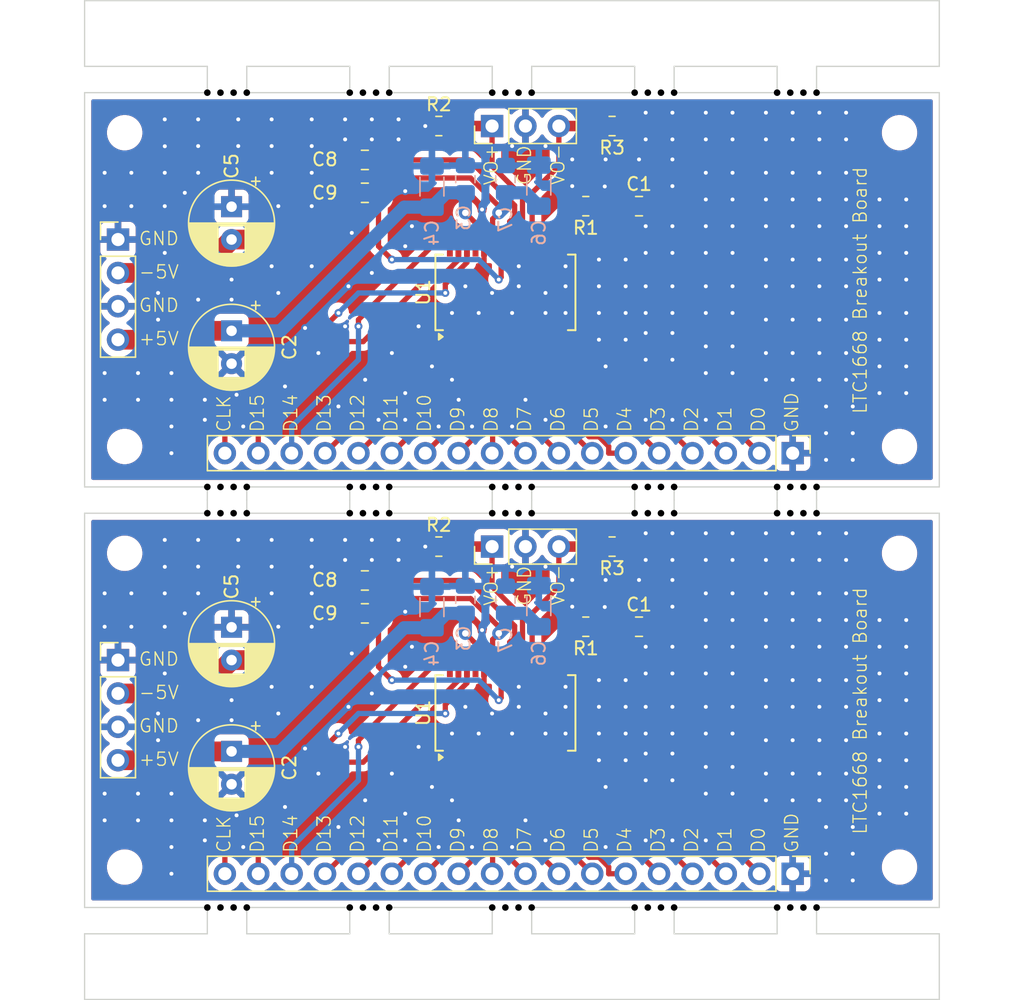
<source format=kicad_pcb>
(kicad_pcb (version 20240108) (generator "pcbnew") (generator_version "8.0")
  (layers (0 "F.Cu" signal) (31 "B.Cu" signal) (34 "B.Paste" user) (35 "F.Paste" user) (36 "B.SilkS" user "B.Silkscreen") (37 "F.SilkS" user "F.Silkscreen") (38 "B.Mask" user) (39 "F.Mask" user) (44 "Edge.Cuts" user))
  (net 0 "")
  (net 1 "Board_0-/+5V")
  (net 2 "Board_0-/-5V")
  (net 3 "Board_0-/VOUT+")
  (net 4 "Board_0-/VOUT-")
  (net 5 "Board_0-GND")
  (net 6 "Board_0-Net-(J2-Pin_10)")
  (net 7 "Board_0-Net-(J2-Pin_11)")
  (net 8 "Board_0-Net-(J2-Pin_12)")
  (net 9 "Board_0-Net-(J2-Pin_13)")
  (net 10 "Board_0-Net-(J2-Pin_14)")
  (net 11 "Board_0-Net-(J2-Pin_15)")
  (net 12 "Board_0-Net-(J2-Pin_16)")
  (net 13 "Board_0-Net-(J2-Pin_17)")
  (net 14 "Board_0-Net-(J2-Pin_18)")
  (net 15 "Board_0-Net-(J2-Pin_2)")
  (net 16 "Board_0-Net-(J2-Pin_3)")
  (net 17 "Board_0-Net-(J2-Pin_4)")
  (net 18 "Board_0-Net-(J2-Pin_5)")
  (net 19 "Board_0-Net-(J2-Pin_6)")
  (net 20 "Board_0-Net-(J2-Pin_7)")
  (net 21 "Board_0-Net-(J2-Pin_8)")
  (net 22 "Board_0-Net-(J2-Pin_9)")
  (net 23 "Board_0-Net-(U1-COMP1)")
  (net 24 "Board_0-Net-(U1-COMP2)")
  (net 25 "Board_0-Net-(U1-IREFIN)")
  (net 26 "Board_0-Net-(U1-REFOUT)")
  (net 27 "Board_1-/+5V")
  (net 28 "Board_1-/-5V")
  (net 29 "Board_1-/VOUT+")
  (net 30 "Board_1-/VOUT-")
  (net 31 "Board_1-GND")
  (net 32 "Board_1-Net-(J2-Pin_10)")
  (net 33 "Board_1-Net-(J2-Pin_11)")
  (net 34 "Board_1-Net-(J2-Pin_12)")
  (net 35 "Board_1-Net-(J2-Pin_13)")
  (net 36 "Board_1-Net-(J2-Pin_14)")
  (net 37 "Board_1-Net-(J2-Pin_15)")
  (net 38 "Board_1-Net-(J2-Pin_16)")
  (net 39 "Board_1-Net-(J2-Pin_17)")
  (net 40 "Board_1-Net-(J2-Pin_18)")
  (net 41 "Board_1-Net-(J2-Pin_2)")
  (net 42 "Board_1-Net-(J2-Pin_3)")
  (net 43 "Board_1-Net-(J2-Pin_4)")
  (net 44 "Board_1-Net-(J2-Pin_5)")
  (net 45 "Board_1-Net-(J2-Pin_6)")
  (net 46 "Board_1-Net-(J2-Pin_7)")
  (net 47 "Board_1-Net-(J2-Pin_8)")
  (net 48 "Board_1-Net-(J2-Pin_9)")
  (net 49 "Board_1-Net-(U1-COMP1)")
  (net 50 "Board_1-Net-(U1-COMP2)")
  (net 51 "Board_1-Net-(U1-IREFIN)")
  (net 52 "Board_1-Net-(U1-REFOUT)")
  (footprint "NPTH" (layer "F.Cu") (at 149 59.0005)
    (property "Reference" "KiKit_MB_13_3" (hide yes))
    (property "Value" "NPTH" (hide yes))
  )
  (footprint "NPTH" (layer "F.Cu") (at 157.833333 27.0005)
    (property "Reference" "KiKit_MB_4_1" (hide yes))
    (property "Value" "NPTH" (hide yes))
  )
  (footprint "Capacitor_THT:CP_Radial_D6.3mm_P2.50mm" (layer "F.Cu") (at 127.176 77.122121 -90)
    (property "Reference" "C2")
    (property "Value" "100uF")
  )
  (footprint "NPTH" (layer "F.Cu") (at 157.833333 57.0005)
    (property "Reference" "KiKit_MB_9_4" (hide yes))
    (property "Value" "NPTH" (hide yes))
  )
  (footprint "NPTH" (layer "F.Cu") (at 139.166667 27.0005)
    (property "Reference" "KiKit_MB_2_4" (hide yes))
    (property "Value" "NPTH" (hide yes))
  )
  (footprint "NPTH" (layer "F.Cu") (at 169.666666 57.0005)
    (property "Reference" "KiKit_MB_10_3" (hide yes))
    (property "Value" "NPTH" (hide yes))
  )
  (footprint "NPTH" (layer "F.Cu") (at 125.333334 27.0005)
    (property "Reference" "KiKit_MB_1_1" (hide yes))
    (property "Value" "NPTH" (hide yes))
  )
  (footprint "Connector_PinHeader_2.54mm:PinHeader_1x03_P2.54mm_Vertical" (layer "F.Cu") (at 146.988 61.5405 90)
    (property "Reference" "J3" (hide yes))
    (property "Value" "Conn_01x03")
  )
  (footprint "MountingHole:MountingHole_2.2mm_M2" (layer "F.Cu") (at 119.048 85.9245)
    (property "Reference" "REF**" (hide yes))
    (property "Value" "MountingHole_2.2mm_M2")
  )
  (footprint "NPTH" (layer "F.Cu") (at 147 27.0005)
    (property "Reference" "KiKit_MB_3_1" (hide yes))
    (property "Value" "NPTH" (hide yes))
  )
  (footprint "NPTH" (layer "F.Cu") (at 171.666666 57.0005)
    (property "Reference" "KiKit_MB_10_1" (hide yes))
    (property "Value" "NPTH" (hide yes))
  )
  (footprint "NPTH" (layer "F.Cu") (at 127.333334 27.0005)
    (property "Reference" "KiKit_MB_1_3" (hide yes))
    (property "Value" "NPTH" (hide yes))
  )
  (footprint "NPTH" (layer "F.Cu") (at 148 89.0005)
    (property "Reference" "KiKit_MB_18_3" (hide yes))
    (property "Value" "NPTH" (hide yes))
  )
  (footprint "NPTH" (layer "F.Cu") (at 170.666666 59.0005)
    (property "Reference" "KiKit_MB_15_3" (hide yes))
    (property "Value" "NPTH" (hide yes))
  )
  (footprint "NPTH" (layer "F.Cu") (at 158.833333 59.0005)
    (property "Reference" "KiKit_MB_14_2" (hide yes))
    (property "Value" "NPTH" (hide yes))
  )
  (footprint "NPTH" (layer "F.Cu") (at 158.833333 27.0005)
    (property "Reference" "KiKit_MB_4_2" (hide yes))
    (property "Value" "NPTH" (hide yes))
  )
  (footprint "Resistor_SMD:R_0805_2012Metric_Pad1.20x1.40mm_HandSolder" (layer "F.Cu") (at 156.116 61.5405 180)
    (property "Reference" "R3")
    (property "Value" "52R3")
  )
  (footprint "Capacitor_SMD:C_0805_2012Metric_Pad1.18x1.45mm_HandSolder" (layer "F.Cu") (at 158.164 35.6365)
    (property "Reference" "C1")
    (property "Value" "100nF")
  )
  (footprint "NPTH" (layer "F.Cu") (at 150 57.0005)
    (property "Reference" "KiKit_MB_8_1" (hide yes))
    (property "Value" "NPTH" (hide yes))
  )
  (footprint "NPTH" (layer "F.Cu") (at 160.833333 89.0005)
    (property "Reference" "KiKit_MB_19_1" (hide yes))
    (property "Value" "NPTH" (hide yes))
  )
  (footprint "NPTH" (layer "F.Cu") (at 149 57.0005)
    (property "Reference" "KiKit_MB_8_2" (hide yes))
    (property "Value" "NPTH" (hide yes))
  )
  (footprint "NPTH" (layer "F.Cu") (at 168.666666 59.0005)
    (property "Reference" "KiKit_MB_15_1" (hide yes))
    (property "Value" "NPTH" (hide yes))
  )
  (footprint "NPTH" (layer "F.Cu") (at 168.666666 27.0005)
    (property "Reference" "KiKit_MB_5_1" (hide yes))
    (property "Value" "NPTH" (hide yes))
  )
  (footprint "NPTH" (layer "F.Cu") (at 168.666666 57.0005)
    (property "Reference" "KiKit_MB_10_4" (hide yes))
    (property "Value" "NPTH" (hide yes))
  )
  (footprint "NPTH" (layer "F.Cu") (at 139.166667 59.0005)
    (property "Reference" "KiKit_MB_12_4" (hide yes))
    (property "Value" "NPTH" (hide yes))
  )
  (footprint "NPTH" (layer "F.Cu") (at 148 59.0005)
    (property "Reference" "KiKit_MB_13_2" (hide yes))
    (property "Value" "NPTH" (hide yes))
  )
  (footprint "NPTH" (layer "F.Cu") (at 150 89.0005)
    (property "Reference" "KiKit_MB_18_1" (hide yes))
    (property "Value" "NPTH" (hide yes))
  )
  (footprint "MountingHole:MountingHole_2.2mm_M2" (layer "F.Cu") (at 119.048 53.9245)
    (property "Reference" "REF**" (hide yes))
    (property "Value" "MountingHole_2.2mm_M2")
  )
  (footprint "NPTH" (layer "F.Cu") (at 127.333334 59.0005)
    (property "Reference" "KiKit_MB_11_3" (hide yes))
    (property "Value" "NPTH" (hide yes))
  )
  (footprint "NPTH" (layer "F.Cu") (at 160.833333 59.0005)
    (property "Reference" "KiKit_MB_14_4" (hide yes))
    (property "Value" "NPTH" (hide yes))
  )
  (footprint "NPTH" (layer "F.Cu") (at 125.333334 89.0005)
    (property "Reference" "KiKit_MB_16_4" (hide yes))
    (property "Value" "NPTH" (hide yes))
  )
  (footprint "NPTH" (layer "F.Cu") (at 128.333334 27.0005)
    (property "Reference" "KiKit_MB_1_4" (hide yes))
    (property "Value" "NPTH" (hide yes))
  )
  (footprint "Connector_PinHeader_2.54mm:PinHeader_1x04_P2.54mm_Vertical" (layer "F.Cu") (at 118.54 70.1765)
    (property "Reference" "J4" (hide yes))
    (property "Value" "Conn_01x04")
  )
  (footprint "NPTH" (layer "F.Cu") (at 169.666666 59.0005)
    (property "Reference" "KiKit_MB_15_2" (hide yes))
    (property "Value" "NPTH" (hide yes))
  )
  (footprint "NPTH" (layer "F.Cu") (at 148 57.0005)
    (property "Reference" "KiKit_MB_8_3" (hide yes))
    (property "Value" "NPTH" (hide yes))
  )
  (footprint "NPTH" (layer "F.Cu") (at 157.833333 59.0005)
    (property "Reference" "KiKit_MB_14_1" (hide yes))
    (property "Value" "NPTH" (hide yes))
  )
  (footprint "Capacitor_SMD:C_0805_2012Metric_Pad1.18x1.45mm_HandSolder" (layer "F.Cu") (at 137.3145 34.6205)
    (property "Reference" "C9")
    (property "Value" "100nF")
  )
  (footprint "MountingHole:MountingHole_2.2mm_M2" (layer "F.Cu") (at 177.976 53.9245)
    (property "Reference" "REF**" (hide yes))
    (property "Value" "MountingHole_2.2mm_M2")
  )
  (footprint "NPTH" (layer "F.Cu") (at 168.666666 89.0005)
    (property "Reference" "KiKit_MB_20_4" (hide yes))
    (property "Value" "NPTH" (hide yes))
  )
  (footprint "NPTH" (layer "F.Cu") (at 149 89.0005)
    (property "Reference" "KiKit_MB_18_2" (hide yes))
    (property "Value" "NPTH" (hide yes))
  )
  (footprint "Connector_PinHeader_2.54mm:PinHeader_1x04_P2.54mm_Vertical" (layer "F.Cu") (at 118.54 38.1765)
    (property "Reference" "J4" (hide yes))
    (property "Value" "Conn_01x04")
  )
  (footprint "Capacitor_SMD:C_0805_2012Metric_Pad1.18x1.45mm_HandSolder" (layer "F.Cu") (at 137.3145 66.6205)
    (property "Reference" "C9")
    (property "Value" "100nF")
  )
  (footprint "NPTH" (layer "F.Cu") (at 136.166667 89.0005)
    (property "Reference" "KiKit_MB_17_4" (hide yes))
    (property "Value" "NPTH" (hide yes))
  )
  (footprint "NPTH" (layer "F.Cu") (at 137.166667 27.0005)
    (property "Reference" "KiKit_MB_2_2" (hide yes))
    (property "Value" "NPTH" (hide yes))
  )
  (footprint "NPTH" (layer "F.Cu") (at 125.333334 57.0005)
    (property "Reference" "KiKit_MB_6_4" (hide yes))
    (property "Value" "NPTH" (hide yes))
  )
  (footprint "NPTH" (layer "F.Cu") (at 159.833333 59.0005)
    (property "Reference" "KiKit_MB_14_3" (hide yes))
    (property "Value" "NPTH" (hide yes))
  )
  (footprint "NPTH" (layer "F.Cu") (at 126.333334 59.0005)
    (property "Reference" "KiKit_MB_11_2" (hide yes))
    (property "Value" "NPTH" (hide yes))
  )
  (footprint "Capacitor_SMD:C_0805_2012Metric_Pad1.18x1.45mm_HandSolder" (layer "F.Cu") (at 137.3145 32.1185)
    (property "Reference" "C8")
    (property "Value" "100nF")
  )
  (footprint "NPTH" (layer "F.Cu") (at 137.166667 89.0005)
    (property "Reference" "KiKit_MB_17_3" (hide yes))
    (property "Value" "NPTH" (hide yes))
  )
  (footprint "NPTH" (layer "F.Cu") (at 126.333334 27.0005)
    (property "Reference" "KiKit_MB_1_2" (hide yes))
    (property "Value" "NPTH" (hide yes))
  )
  (footprint "Capacitor_THT:CP_Radial_D6.3mm_P2.50mm" (layer "F.Cu") (at 127.176 45.122121 -90)
    (property "Reference" "C2")
    (property "Value" "100uF")
  )
  (footprint "NPTH" (layer "F.Cu") (at 125.333334 59.0005)
    (property "Reference" "KiKit_MB_11_1" (hide yes))
    (property "Value" "NPTH" (hide yes))
  )
  (footprint "NPTH" (layer "F.Cu") (at 170.666666 57.0005)
    (property "Reference" "KiKit_MB_10_2" (hide yes))
    (property "Value" "NPTH" (hide yes))
  )
  (footprint "NPTH" (layer "F.Cu") (at 158.833333 57.0005)
    (property "Reference" "KiKit_MB_9_3" (hide yes))
    (property "Value" "NPTH" (hide yes))
  )
  (footprint "MountingHole:MountingHole_2.2mm_M2" (layer "F.Cu") (at 119.048 30.0485)
    (property "Reference" "REF**" (hide yes))
    (property "Value" "MountingHole_2.2mm_M2")
  )
  (footprint "NPTH" (layer "F.Cu") (at 147 57.0005)
    (property "Reference" "KiKit_MB_8_4" (hide yes))
    (property "Value" "NPTH" (hide yes))
  )
  (footprint "MountingHole:MountingHole_2.2mm_M2" (layer "F.Cu") (at 119.048 62.0485)
    (property "Reference" "REF**" (hide yes))
    (property "Value" "MountingHole_2.2mm_M2")
  )
  (footprint "NPTH" (layer "F.Cu") (at 171.666666 27.0005)
    (property "Reference" "KiKit_MB_5_4" (hide yes))
    (property "Value" "NPTH" (hide yes))
  )
  (footprint "NPTH" (layer "F.Cu") (at 136.166667 59.0005)
    (property "Reference" "KiKit_MB_12_1" (hide yes))
    (property "Value" "NPTH" (hide yes))
  )
  (footprint "NPTH" (layer "F.Cu") (at 171.666666 89.0005)
    (property "Reference" "KiKit_MB_20_1" (hide yes))
    (property "Value" "NPTH" (hide yes))
  )
  (footprint "NPTH" (layer "F.Cu") (at 128.333334 57.0005)
    (property "Reference" "KiKit_MB_6_1" (hide yes))
    (property "Value" "NPTH" (hide yes))
  )
  (footprint "NPTH" (layer "F.Cu") (at 150 27.0005)
    (property "Reference" "KiKit_MB_3_4" (hide yes))
    (property "Value" "NPTH" (hide yes))
  )
  (footprint "NPTH" (layer "F.Cu") (at 127.333334 89.0005)
    (property "Reference" "KiKit_MB_16_2" (hide yes))
    (property "Value" "NPTH" (hide yes))
  )
  (footprint "MountingHole:MountingHole_2.2mm_M2" (layer "F.Cu") (at 177.976 62.0485)
    (property "Reference" "REF**" (hide yes))
    (property "Value" "MountingHole_2.2mm_M2")
  )
  (footprint "Resistor_SMD:R_0805_2012Metric_Pad1.20x1.40mm_HandSolder" (layer "F.Cu") (at 154.116 67.6365 180)
    (property "Reference" "R1")
    (property "Value" "2k")
  )
  (footprint "NPTH" (layer "F.Cu") (at 169.666666 27.0005)
    (property "Reference" "KiKit_MB_5_2" (hide yes))
    (property "Value" "NPTH" (hide yes))
  )
  (footprint "Capacitor_SMD:C_0805_2012Metric_Pad1.18x1.45mm_HandSolder" (layer "F.Cu") (at 158.164 67.6365)
    (property "Reference" "C1")
    (property "Value" "100nF")
  )
  (footprint "NPTH" (layer "F.Cu") (at 138.166667 27.0005)
    (property "Reference" "KiKit_MB_2_3" (hide yes))
    (property "Value" "NPTH" (hide yes))
  )
  (footprint "NPTH" (layer "F.Cu") (at 160.833333 27.0005)
    (property "Reference" "KiKit_MB_4_4" (hide yes))
    (property "Value" "NPTH" (hide yes))
  )
  (footprint "MountingHole:MountingHole_2.2mm_M2" (layer "F.Cu") (at 177.976 30.0485)
    (property "Reference" "REF**" (hide yes))
    (property "Value" "MountingHole_2.2mm_M2")
  )
  (footprint "NPTH" (layer "F.Cu") (at 147 89.0005)
    (property "Reference" "KiKit_MB_18_4" (hide yes))
    (property "Value" "NPTH" (hide yes))
  )
  (footprint "NPTH" (layer "F.Cu") (at 158.833333 89.0005)
    (property "Reference" "KiKit_MB_19_3" (hide yes))
    (property "Value" "NPTH" (hide yes))
  )
  (footprint "Connector_PinHeader_2.54mm:PinHeader_1x18_P2.54mm_Vertical" (layer "F.Cu") (at 169.848 54.4325 -90)
    (property "Reference" "J2" (hide yes))
    (property "Value" "Conn_01x18")
  )
  (footprint "NPTH" (layer "F.Cu") (at 170.666666 89.0005)
    (property "Reference" "KiKit_MB_20_2" (hide yes))
    (property "Value" "NPTH" (hide yes))
  )
  (footprint "NPTH" (layer "F.Cu") (at 138.166667 89.0005)
    (property "Reference" "KiKit_MB_17_2" (hide yes))
    (property "Value" "NPTH" (hide yes))
  )
  (footprint "NPTH" (layer "F.Cu") (at 159.833333 27.0005)
    (property "Reference" "KiKit_MB_4_3" (hide yes))
    (property "Value" "NPTH" (hide yes))
  )
  (footprint "NPTH" (layer "F.Cu") (at 159.833333 89.0005)
    (property "Reference" "KiKit_MB_19_2" (hide yes))
    (property "Value" "NPTH" (hide yes))
  )
  (footprint "NPTH" (layer "F.Cu") (at 138.166667 59.0005)
    (property "Reference" "KiKit_MB_12_3" (hide yes))
    (property "Value" "NPTH" (hide yes))
  )
  (footprint "NPTH" (layer "F.Cu") (at 170.666666 27.0005)
    (property "Reference" "KiKit_MB_5_3" (hide yes))
    (property "Value" "NPTH" (hide yes))
  )
  (footprint "NPTH" (layer "F.Cu") (at 137.166667 59.0005)
    (property "Reference" "KiKit_MB_12_2" (hide yes))
    (property "Value" "NPTH" (hide yes))
  )
  (footprint "NPTH" (layer "F.Cu") (at 148 27.0005)
    (property "Reference" "KiKit_MB_3_2" (hide yes))
    (property "Value" "NPTH" (hide yes))
  )
  (footprint "NPTH" (layer "F.Cu") (at 159.833333 57.0005)
    (property "Reference" "KiKit_MB_9_2" (hide yes))
    (property "Value" "NPTH" (hide yes))
  )
  (footprint "Connector_PinHeader_2.54mm:PinHeader_1x18_P2.54mm_Vertical" (layer "F.Cu") (at 169.848 86.4325 -90)
    (property "Reference" "J2" (hide yes))
    (property "Value" "Conn_01x18")
  )
  (footprint "NPTH" (layer "F.Cu") (at 136.166667 27.0005)
    (property "Reference" "KiKit_MB_2_1" (hide yes))
    (property "Value" "NPTH" (hide yes))
  )
  (footprint "NPTH" (layer "F.Cu") (at 160.833333 57.0005)
    (property "Reference" "KiKit_MB_9_1" (hide yes))
    (property "Value" "NPTH" (hide yes))
  )
  (footprint "Capacitor_SMD:C_0805_2012Metric_Pad1.18x1.45mm_HandSolder" (layer "F.Cu") (at 137.3145 64.1185)
    (property "Reference" "C8")
    (property "Value" "100nF")
  )
  (footprint "Package_SO:SSOP-28_5.3x10.2mm_P0.65mm" (layer "F.Cu") (at 148.004 42.1965 90)
    (property "Reference" "U1")
    (property "Value" "LTC1668CG")
  )
  (footprint "NPTH" (layer "F.Cu") (at 157.833333 89.0005)
    (property "Reference" "KiKit_MB_19_4" (hide yes))
    (property "Value" "NPTH" (hide yes))
  )
  (footprint "Resistor_SMD:R_0805_2012Metric_Pad1.20x1.40mm_HandSolder" (layer "F.Cu") (at 142.94 29.5405)
    (property "Reference" "R2")
    (property "Value" "52R3")
  )
  (footprint "NPTH" (layer "F.Cu") (at 138.166667 57.0005)
    (property "Reference" "KiKit_MB_7_2" (hide yes))
    (property "Value" "NPTH" (hide yes))
  )
  (footprint "Resistor_SMD:R_0805_2012Metric_Pad1.20x1.40mm_HandSolder" (layer "F.Cu") (at 156.116 29.5405 180)
    (property "Reference" "R3")
    (property "Value" "52R3")
  )
  (footprint "NPTH" (layer "F.Cu") (at 136.166667 57.0005)
    (property "Reference" "KiKit_MB_7_4" (hide yes))
    (property "Value" "NPTH" (hide yes))
  )
  (footprint "NPTH" (layer "F.Cu") (at 150 59.0005)
    (property "Reference" "KiKit_MB_13_4" (hide yes))
    (property "Value" "NPTH" (hide yes))
  )
  (footprint "NPTH" (layer "F.Cu") (at 147 59.0005)
    (property "Reference" "KiKit_MB_13_1" (hide yes))
    (property "Value" "NPTH" (hide yes))
  )
  (footprint "NPTH" (layer "F.Cu") (at 126.333334 89.0005)
    (property "Reference" "KiKit_MB_16_3" (hide yes))
    (property "Value" "NPTH" (hide yes))
  )
  (footprint "Connector_PinHeader_2.54mm:PinHeader_1x03_P2.54mm_Vertical" (layer "F.Cu") (at 146.988 29.5405 90)
    (property "Reference" "J3" (hide yes))
    (property "Value" "Conn_01x03")
  )
  (footprint "NPTH" (layer "F.Cu") (at 127.333334 57.0005)
    (property "Reference" "KiKit_MB_6_2" (hide yes))
    (property "Value" "NPTH" (hide yes))
  )
  (footprint "Package_SO:SSOP-28_5.3x10.2mm_P0.65mm" (layer "F.Cu") (at 148.004 74.1965 90)
    (property "Reference" "U1")
    (property "Value" "LTC1668CG")
  )
  (footprint "Resistor_SMD:R_0805_2012Metric_Pad1.20x1.40mm_HandSolder" (layer "F.Cu") (at 154.116 35.6365 180)
    (property "Reference" "R1")
    (property "Value" "2k")
  )
  (footprint "NPTH" (layer "F.Cu") (at 139.166667 89.0005)
    (property "Reference" "KiKit_MB_17_1" (hide yes))
    (property "Value" "NPTH" (hide yes))
  )
  (footprint "NPTH" (layer "F.Cu") (at 128.333334 89.0005)
    (property "Reference" "KiKit_MB_16_1" (hide yes))
    (property "Value" "NPTH" (hide yes))
  )
  (footprint "Capacitor_THT:CP_Radial_D6.3mm_P2.50mm" (layer "F.Cu") (at 127.176 67.6765 -90)
    (property "Reference" "C5")
    (property "Value" "100uF")
  )
  (footprint "NPTH" (layer "F.Cu") (at 137.166667 57.0005)
    (property "Reference" "KiKit_MB_7_3" (hide yes))
    (property "Value" "NPTH" (hide yes))
  )
  (footprint "NPTH" (layer "F.Cu") (at 128.333334 59.0005)
    (property "Reference" "KiKit_MB_11_4" (hide yes))
    (property "Value" "NPTH" (hide yes))
  )
  (footprint "NPTH" (layer "F.Cu") (at 139.166667 57.0005)
    (property "Reference" "KiKit_MB_7_1" (hide yes))
    (property "Value" "NPTH" (hide yes))
  )
  (footprint "NPTH" (layer "F.Cu") (at 149 27.0005)
    (property "Reference" "KiKit_MB_3_3" (hide yes))
    (property "Value" "NPTH" (hide yes))
  )
  (footprint "NPTH" (layer "F.Cu") (at 126.333334 57.0005)
    (property "Reference" "KiKit_MB_6_3" (hide yes))
    (property "Value" "NPTH" (hide yes))
  )
  (footprint "MountingHole:MountingHole_2.2mm_M2" (layer "F.Cu") (at 177.976 85.9245)
    (property "Reference" "REF**" (hide yes))
    (property "Value" "MountingHole_2.2mm_M2")
  )
  (footprint "NPTH" (layer "F.Cu") (at 171.666666 59.0005)
    (property "Reference" "KiKit_MB_15_4" (hide yes))
    (property "Value" "NPTH" (hide yes))
  )
  (footprint "NPTH" (layer "F.Cu") (at 169.666666 89.0005)
    (property "Reference" "KiKit_MB_20_3" (hide yes))
    (property "Value" "NPTH" (hide yes))
  )
  (footprint "Resistor_SMD:R_0805_2012Metric_Pad1.20x1.40mm_HandSolder" (layer "F.Cu") (at 142.94 61.5405)
    (property "Reference" "R2")
    (property "Value" "52R3")
  )
  (footprint "Capacitor_THT:CP_Radial_D6.3mm_P2.50mm" (layer "F.Cu") (at 127.176 35.6765 -90)
    (property "Reference" "C5")
    (property "Value" "100uF")
  )
  (footprint "Capacitor_SMD:C_0805_2012Metric_Pad1.18x1.45mm_HandSolder" (layer "B.Cu") (at 148.004 33.583 90)
    (property "Reference" "C7")
    (property "Value" "100nF")
  )
  (footprint "Capacitor_SMD:C_1206_3216Metric_Pad1.33x1.80mm_HandSolder" (layer "B.Cu") (at 142.416 34.151 90)
    (property "Reference" "C4")
    (property "Value" "10uF")
  )
  (footprint "Capacitor_SMD:C_0805_2012Metric_Pad1.18x1.45mm_HandSolder" (layer "B.Cu") (at 148.004 65.583 90)
    (property "Reference" "C7")
    (property "Value" "100nF")
  )
  (footprint "Capacitor_SMD:C_1206_3216Metric_Pad1.33x1.80mm_HandSolder" (layer "B.Cu") (at 142.416 66.151 90)
    (property "Reference" "C4")
    (property "Value" "10uF")
  )
  (footprint "Capacitor_SMD:C_0805_2012Metric_Pad1.18x1.45mm_HandSolder" (layer "B.Cu") (at 144.956 65.583 90)
    (property "Reference" "C3")
    (property "Value" "100nF")
  )
  (footprint "Capacitor_SMD:C_1206_3216Metric_Pad1.33x1.80mm_HandSolder" (layer "B.Cu") (at 150.544 66.074 90)
    (property "Reference" "C6")
    (property "Value" "10uF")
  )
  (footprint "Capacitor_SMD:C_0805_2012Metric_Pad1.18x1.45mm_HandSolder" (layer "B.Cu") (at 144.956 33.583 90)
    (property "Reference" "C3")
    (property "Value" "100nF")
  )
  (footprint "Capacitor_SMD:C_1206_3216Metric_Pad1.33x1.80mm_HandSolder" (layer "B.Cu") (at 150.544 34.074 90)
    (property "Reference" "C6")
    (property "Value" "10uF")
  )
  (gr_line (start 147 89.0005) (end 147 91.0015) (stroke (width 0.1)) (layer "Edge.Cuts"))
  (gr_line (start 116 57.0005) (end 125.333333 57.0005) (stroke (width 0.1)) (layer "Edge.Cuts"))
  (gr_line (start 136.166666 27.0005) (end 128.333333 27.0005) (stroke (width 0.1)) (layer "Edge.Cuts"))
  (gr_line (start 150 27.0005) (end 150 25) (stroke (width 0.1)) (layer "Edge.Cuts"))
  (gr_line (start 139.166666 91.0015) (end 139.166666 89.0005) (stroke (width 0.1)) (layer "Edge.Cuts"))
  (gr_line (start 171.666666 59.0005) (end 171.666666 58.0015) (stroke (width 0.1)) (layer "Edge.Cuts"))
  (gr_line (start 160.833333 91.0015) (end 160.833333 89.0005) (stroke (width 0.1)) (layer "Edge.Cuts"))
  (gr_line (start 171.666666 25) (end 181 25) (stroke (width 0.1)) (layer "Edge.Cuts"))
  (gr_line (start 157.833333 59.0005) (end 150 59.0005) (stroke (width 0.1)) (layer "Edge.Cuts"))
  (gr_line (start 160.833333 59.0005) (end 160.833333 58.0015) (stroke (width 0.1)) (layer "Edge.Cuts"))
  (gr_line (start 136.166666 89.0005) (end 136.166666 91.0015) (stroke (width 0.1)) (layer "Edge.Cuts"))
  (gr_line (start 150 57.0005) (end 157.833333 57.0005) (stroke (width 0.1)) (layer "Edge.Cuts"))
  (gr_line (start 139.166666 57.9995) (end 139.166666 57.0005) (stroke (width 0.1)) (layer "Edge.Cuts"))
  (gr_line (start 171.666666 57.0005) (end 181 57.0005) (stroke (width 0.1)) (layer "Edge.Cuts"))
  (gr_line (start 168.666666 59.0005) (end 160.833333 59.0005) (stroke (width 0.1)) (layer "Edge.Cuts"))
  (gr_line (start 136.166666 25) (end 136.166666 27.0005) (stroke (width 0.1)) (layer "Edge.Cuts"))
  (gr_line (start 147 91.0015) (end 139.166666 91.0015) (stroke (width 0.1)) (layer "Edge.Cuts"))
  (gr_line (start 125.333333 27.0005) (end 116 27.0005) (stroke (width 0.1)) (layer "Edge.Cuts"))
  (gr_line (start 139.166666 57.0005) (end 147 57.0005) (stroke (width 0.1)) (layer "Edge.Cuts"))
  (gr_line (start 171.666666 57.9995) (end 171.666666 57.0005) (stroke (width 0.1)) (layer "Edge.Cuts"))
  (gr_line (start 136.166666 59.0005) (end 128.333333 59.0005) (stroke (width 0.1)) (layer "Edge.Cuts"))
  (gr_line (start 181 27.0005) (end 171.666666 27.0005) (stroke (width 0.1)) (layer "Edge.Cuts"))
  (gr_line (start 181 89.0005) (end 181 59.0005) (stroke (width 0.1)) (layer "Edge.Cuts"))
  (gr_line (start 171.666666 91.0015) (end 171.666666 89.0005) (stroke (width 0.1)) (layer "Edge.Cuts"))
  (gr_line (start 157.833333 25) (end 157.833333 27.0005) (stroke (width 0.1)) (layer "Edge.Cuts"))
  (gr_line (start 136.166666 57.0005) (end 136.166666 57.9995) (stroke (width 0.1)) (layer "Edge.Cuts"))
  (gr_line (start 128.333333 57.9995) (end 128.333333 57.0005) (stroke (width 0.1)) (layer "Edge.Cuts"))
  (gr_line (start 116 25) (end 125.333333 25) (stroke (width 0.1)) (layer "Edge.Cuts"))
  (gr_line (start 147 25) (end 147 27.0005) (stroke (width 0.1)) (layer "Edge.Cuts"))
  (gr_line (start 116 89.0005) (end 125.333333 89.0005) (stroke (width 0.1)) (layer "Edge.Cuts"))
  (gr_line (start 171.666666 27.0005) (end 171.666666 25) (stroke (width 0.1)) (layer "Edge.Cuts"))
  (gr_line (start 181 59.0005) (end 171.666666 59.0005) (stroke (width 0.1)) (layer "Edge.Cuts"))
  (gr_line (start 139.166666 89.0005) (end 147 89.0005) (stroke (width 0.1)) (layer "Edge.Cuts"))
  (gr_line (start 125.333333 59.0005) (end 116 59.0005) (stroke (width 0.1)) (layer "Edge.Cuts"))
  (gr_line (start 157.833333 91.0015) (end 150 91.0015) (stroke (width 0.1)) (layer "Edge.Cuts"))
  (gr_line (start 128.333333 89.0005) (end 136.166666 89.0005) (stroke (width 0.1)) (layer "Edge.Cuts"))
  (gr_line (start 171.666666 58.0015) (end 171.666666 57.9995) (stroke (width 0.1)) (layer "Edge.Cuts"))
  (gr_line (start 181 20) (end 116 20) (stroke (width 0.1)) (layer "Edge.Cuts"))
  (gr_line (start 125.333333 91.0015) (end 116 91.0015) (stroke (width 0.1)) (layer "Edge.Cuts"))
  (gr_line (start 150 25) (end 157.833333 25) (stroke (width 0.1)) (layer "Edge.Cuts"))
  (gr_line (start 168.666666 57.9995) (end 168.666666 58.0015) (stroke (width 0.1)) (layer "Edge.Cuts"))
  (gr_line (start 147 27.0005) (end 139.166666 27.0005) (stroke (width 0.1)) (layer "Edge.Cuts"))
  (gr_line (start 116 20) (end 116 25) (stroke (width 0.1)) (layer "Edge.Cuts"))
  (gr_line (start 168.666666 27.0005) (end 160.833333 27.0005) (stroke (width 0.1)) (layer "Edge.Cuts"))
  (gr_line (start 139.166666 58.0015) (end 139.166666 57.9995) (stroke (width 0.1)) (layer "Edge.Cuts"))
  (gr_line (start 147 57.9995) (end 147 58.0015) (stroke (width 0.1)) (layer "Edge.Cuts"))
  (gr_line (start 181 57.0005) (end 181 27.0005) (stroke (width 0.1)) (layer "Edge.Cuts"))
  (gr_line (start 168.666666 89.0005) (end 168.666666 91.0015) (stroke (width 0.1)) (layer "Edge.Cuts"))
  (gr_line (start 157.833333 57.0005) (end 157.833333 57.9995) (stroke (width 0.1)) (layer "Edge.Cuts"))
  (gr_line (start 171.666666 89.0005) (end 181 89.0005) (stroke (width 0.1)) (layer "Edge.Cuts"))
  (gr_line (start 139.166666 59.0005) (end 139.166666 58.0015) (stroke (width 0.1)) (layer "Edge.Cuts"))
  (gr_line (start 125.333333 89.0005) (end 125.333333 91.0015) (stroke (width 0.1)) (layer "Edge.Cuts"))
  (gr_line (start 116 27.0005) (end 116 57.0005) (stroke (width 0.1)) (layer "Edge.Cuts"))
  (gr_line (start 157.833333 57.9995) (end 157.833333 58.0015) (stroke (width 0.1)) (layer "Edge.Cuts"))
  (gr_line (start 147 58.0015) (end 147 59.0005) (stroke (width 0.1)) (layer "Edge.Cuts"))
  (gr_line (start 139.166666 27.0005) (end 139.166666 25) (stroke (width 0.1)) (layer "Edge.Cuts"))
  (gr_line (start 136.166666 91.0015) (end 128.333333 91.0015) (stroke (width 0.1)) (layer "Edge.Cuts"))
  (gr_line (start 128.333333 59.0005) (end 128.333333 58.0015) (stroke (width 0.1)) (layer "Edge.Cuts"))
  (gr_line (start 128.333333 58.0015) (end 128.333333 57.9995) (stroke (width 0.1)) (layer "Edge.Cuts"))
  (gr_line (start 160.833333 89.0005) (end 168.666666 89.0005) (stroke (width 0.1)) (layer "Edge.Cuts"))
  (gr_line (start 150 59.0005) (end 150 58.0015) (stroke (width 0.1)) (layer "Edge.Cuts"))
  (gr_line (start 136.166666 57.9995) (end 136.166666 58.0015) (stroke (width 0.1)) (layer "Edge.Cuts"))
  (gr_line (start 150 89.0005) (end 157.833333 89.0005) (stroke (width 0.1)) (layer "Edge.Cuts"))
  (gr_line (start 157.833333 89.0005) (end 157.833333 91.0015) (stroke (width 0.1)) (layer "Edge.Cuts"))
  (gr_line (start 150 91.0015) (end 150 89.0005) (stroke (width 0.1)) (layer "Edge.Cuts"))
  (gr_line (start 168.666666 25) (end 168.666666 27.0005) (stroke (width 0.1)) (layer "Edge.Cuts"))
  (gr_line (start 116 59.0005) (end 116 89.0005) (stroke (width 0.1)) (layer "Edge.Cuts"))
  (gr_line (start 147 59.0005) (end 139.166666 59.0005) (stroke (width 0.1)) (layer "Edge.Cuts"))
  (gr_line (start 150 57.9995) (end 150 57.0005) (stroke (width 0.1)) (layer "Edge.Cuts"))
  (gr_line (start 125.333333 58.0015) (end 125.333333 59.0005) (stroke (width 0.1)) (layer "Edge.Cuts"))
  (gr_line (start 128.333333 27.0005) (end 128.333333 25) (stroke (width 0.1)) (layer "Edge.Cuts"))
  (gr_line (start 128.333333 57.0005) (end 136.166666 57.0005) (stroke (width 0.1)) (layer "Edge.Cuts"))
  (gr_line (start 160.833333 58.0015) (end 160.833333 57.9995) (stroke (width 0.1)) (layer "Edge.Cuts"))
  (gr_line (start 168.666666 57.0005) (end 168.666666 57.9995) (stroke (width 0.1)) (layer "Edge.Cuts"))
  (gr_line (start 160.833333 57.9995) (end 160.833333 57.0005) (stroke (width 0.1)) (layer "Edge.Cuts"))
  (gr_line (start 125.333333 57.0005) (end 125.333333 57.9995) (stroke (width 0.1)) (layer "Edge.Cuts"))
  (gr_line (start 168.666666 91.0015) (end 160.833333 91.0015) (stroke (width 0.1)) (layer "Edge.Cuts"))
  (gr_line (start 168.666666 58.0015) (end 168.666666 59.0005) (stroke (width 0.1)) (layer "Edge.Cuts"))
  (gr_line (start 125.333333 25) (end 125.333333 27.0005) (stroke (width 0.1)) (layer "Edge.Cuts"))
  (gr_line (start 181 25) (end 181 20) (stroke (width 0.1)) (layer "Edge.Cuts"))
  (gr_line (start 116 96.0015) (end 181 96.0015) (stroke (width 0.1)) (layer "Edge.Cuts"))
  (gr_line (start 116 91.0015) (end 116 96.0015) (stroke (width 0.1)) (layer "Edge.Cuts"))
  (gr_line (start 139.166666 25) (end 147 25) (stroke (width 0.1)) (layer "Edge.Cuts"))
  (gr_line (start 181 91.0015) (end 171.666666 91.0015) (stroke (width 0.1)) (layer "Edge.Cuts"))
  (gr_line (start 181 96.0015) (end 181 91.0015) (stroke (width 0.1)) (layer "Edge.Cuts"))
  (gr_line (start 157.833333 27.0005) (end 150 27.0005) (stroke (width 0.1)) (layer "Edge.Cuts"))
  (gr_line (start 136.166666 58.0015) (end 136.166666 59.0005) (stroke (width 0.1)) (layer "Edge.Cuts"))
  (gr_line (start 128.333333 91.0015) (end 128.333333 89.0005) (stroke (width 0.1)) (layer "Edge.Cuts"))
  (gr_line (start 128.333333 25) (end 136.166666 25) (stroke (width 0.1)) (layer "Edge.Cuts"))
  (gr_line (start 160.833333 25) (end 168.666666 25) (stroke (width 0.1)) (layer "Edge.Cuts"))
  (gr_line (start 147 57.0005) (end 147 57.9995) (stroke (width 0.1)) (layer "Edge.Cuts"))
  (gr_line (start 157.833333 58.0015) (end 157.833333 59.0005) (stroke (width 0.1)) (layer "Edge.Cuts"))
  (gr_line (start 160.833333 27.0005) (end 160.833333 25) (stroke (width 0.1)) (layer "Edge.Cuts"))
  (gr_line (start 150 58.0015) (end 150 57.9995) (stroke (width 0.1)) (layer "Edge.Cuts"))
  (gr_line (start 125.333333 57.9995) (end 125.333333 58.0015) (stroke (width 0.1)) (layer "Edge.Cuts"))
  (gr_line (start 160.833333 57.0005) (end 168.666666 57.0005) (stroke (width 0.1)) (layer "Edge.Cuts"))
  (gr_text "GND" (at 170.356 52.9085 90) (layer "F.SilkS") (effects (font (size 1 1) (thickness 0.1)) (justify left bottom)))
  (gr_text "D8" (at 147.496 52.9085 90) (layer "F.SilkS") (effects (font (size 1 1) (thickness 0.1)) (justify left bottom)))
  (gr_text "GND" (at 120.064 70.6845 0) (layer "F.SilkS") (effects (font (size 1 1) (thickness 0.1)) (justify left bottom)))
  (gr_text "D13" (at 134.796 84.9085 90) (layer "F.SilkS") (effects (font (size 1 1) (thickness 0.1)) (justify left bottom)))
  (gr_text "D9" (at 144.956 84.9085 90) (layer "F.SilkS") (effects (font (size 1 1) (thickness 0.1)) (justify left bottom)))
  (gr_text "D3" (at 160.196 52.9085 90) (layer "F.SilkS") (effects (font (size 1 1) (thickness 0.1)) (justify left bottom)))
  (gr_text "D10" (at 142.416 52.9085 90) (layer "F.SilkS") (effects (font (size 1 1) (thickness 0.1)) (justify left bottom)))
  (gr_text "D4" (at 157.656 84.9085 90) (layer "F.SilkS") (effects (font (size 1 1) (thickness 0.1)) (justify left bottom)))
  (gr_text "D0" (at 167.816 52.9085 90) (layer "F.SilkS") (effects (font (size 1 1) (thickness 0.1)) (justify left bottom)))
  (gr_text "CLK" (at 127.176 52.9085 90) (layer "F.SilkS") (effects (font (size 1 1) (thickness 0.1)) (justify left bottom)))
  (gr_text "D14\n" (at 132.256 52.9085 90) (layer "F.SilkS") (effects (font (size 1 1) (thickness 0.1)) (justify left bottom)))
  (gr_text "D1" (at 165.276 84.9085 90) (layer "F.SilkS") (effects (font (size 1 1) (thickness 0.1)) (justify left bottom)))
  (gr_text "D12" (at 137.336 52.9085 90) (layer "F.SilkS") (effects (font (size 1 1) (thickness 0.1)) (justify left bottom)))
  (gr_text "GND" (at 120.064 75.7645 0) (layer "F.SilkS") (effects (font (size 1 1) (thickness 0.1)) (justify left bottom)))
  (gr_text "CLK" (at 127.176 84.9085 90) (layer "F.SilkS") (effects (font (size 1 1) (thickness 0.1)) (justify left bottom)))
  (gr_text "GND" (at 120.064 38.6845 0) (layer "F.SilkS") (effects (font (size 1 1) (thickness 0.1)) (justify left bottom)))
  (gr_text "+5V\n" (at 120.064 46.3045 0) (layer "F.SilkS") (effects (font (size 1 1) (thickness 0.1)) (justify left bottom)))
  (gr_text "D10" (at 142.416 84.9085 90) (layer "F.SilkS") (effects (font (size 1 1) (thickness 0.1)) (justify left bottom)))
  (gr_text "VO+" (at 147.496 34.1125 90) (layer "F.SilkS") (effects (font (size 1 1) (thickness 0.1)) (justify left bottom)))
  (gr_text "VO-" (at 152.576 34.1125 90) (layer "F.SilkS") (effects (font (size 1 1) (thickness 0.1)) (justify left bottom)))
  (gr_text "D4" (at 157.656 52.9085 90) (layer "F.SilkS") (effects (font (size 1 1) (thickness 0.1)) (justify left bottom)))
  (gr_text "D11" (at 139.876 52.9085 90) (layer "F.SilkS") (effects (font (size 1 1) (thickness 0.1)) (justify left bottom)))
  (gr_text "D8" (at 147.496 84.9085 90) (layer "F.SilkS") (effects (font (size 1 1) (thickness 0.1)) (justify left bottom)))
  (gr_text "D6" (at 152.576 84.9085 90) (layer "F.SilkS") (effects (font (size 1 1) (thickness 0.1)) (justify left bottom)))
  (gr_text "D7" (at 150.036 52.9085 90) (layer "F.SilkS") (effects (font (size 1 1) (thickness 0.1)) (justify left bottom)))
  (gr_text "D1" (at 165.276 52.9085 90) (layer "F.SilkS") (effects (font (size 1 1) (thickness 0.1)) (justify left bottom)))
  (gr_text "LTC1668 Breakout Board" (at 175.563 83.5115 90) (layer "F.SilkS") (effects (font (size 1 1) (thickness 0.1)) (justify left bottom)))
  (gr_text "-5V" (at 120.064 73.2245 0) (layer "F.SilkS") (effects (font (size 1 1) (thickness 0.1)) (justify left bottom)))
  (gr_text "GND" (at 170.356 84.9085 90) (layer "F.SilkS") (effects (font (size 1 1) (thickness 0.1)) (justify left bottom)))
  (gr_text "LTC1668 Breakout Board" (at 175.563 51.5115 90) (layer "F.SilkS") (effects (font (size 1 1) (thickness 0.1)) (justify left bottom)))
  (gr_text "D2" (at 162.736 52.9085 90) (layer "F.SilkS") (effects (font (size 1 1) (thickness 0.1)) (justify left bottom)))
  (gr_text "D15" (at 129.716 52.9085 90) (layer "F.SilkS") (effects (font (size 1 1) (thickness 0.1)) (justify left bottom)))
  (gr_text "D6" (at 152.576 52.9085 90) (layer "F.SilkS") (effects (font (size 1 1) (thickness 0.1)) (justify left bottom)))
  (gr_text "GND\n" (at 150.036 66.1125 90) (layer "F.SilkS") (effects (font (size 1 1) (thickness 0.1)) (justify left bottom)))
  (gr_text "D13" (at 134.796 52.9085 90) (layer "F.SilkS") (effects (font (size 1 1) (thickness 0.1)) (justify left bottom)))
  (gr_text "VO+" (at 147.496 66.1125 90) (layer "F.SilkS") (effects (font (size 1 1) (thickness 0.1)) (justify left bottom)))
  (gr_text "D14\n" (at 132.256 84.9085 90) (layer "F.SilkS") (effects (font (size 1 1) (thickness 0.1)) (justify left bottom)))
  (gr_text "D7" (at 150.036 84.9085 90) (layer "F.SilkS") (effects (font (size 1 1) (thickness 0.1)) (justify left bottom)))
  (gr_text "D15" (at 129.716 84.9085 90) (layer "F.SilkS") (effects (font (size 1 1) (thickness 0.1)) (justify left bottom)))
  (gr_text "D3" (at 160.196 84.9085 90) (layer "F.SilkS") (effects (font (size 1 1) (thickness 0.1)) (justify left bottom)))
  (gr_text "D5" (at 155.116 52.9085 90) (layer "F.SilkS") (effects (font (size 1 1) (thickness 0.1)) (justify left bottom)))
  (gr_text "GND" (at 120.064 43.7645 0) (layer "F.SilkS") (effects (font (size 1 1) (thickness 0.1)) (justify left bottom)))
  (gr_text "D12" (at 137.336 84.9085 90) (layer "F.SilkS") (effects (font (size 1 1) (thickness 0.1)) (justify left bottom)))
  (gr_text "D5" (at 155.116 84.9085 90) (layer "F.SilkS") (effects (font (size 1 1) (thickness 0.1)) (justify left bottom)))
  (gr_text "D11" (at 139.876 84.9085 90) (layer "F.SilkS") (effects (font (size 1 1) (thickness 0.1)) (justify left bottom)))
  (gr_text "+5V\n" (at 120.064 78.3045 0) (layer "F.SilkS") (effects (font (size 1 1) (thickness 0.1)) (justify left bottom)))
  (gr_text "D9" (at 144.956 52.9085 90) (layer "F.SilkS") (effects (font (size 1 1) (thickness 0.1)) (justify left bottom)))
  (gr_text "VO-" (at 152.576 66.1125 90) (layer "F.SilkS") (effects (font (size 1 1) (thickness 0.1)) (justify left bottom)))
  (gr_text "D2" (at 162.736 84.9085 90) (layer "F.SilkS") (effects (font (size 1 1) (thickness 0.1)) (justify left bottom)))
  (gr_text "GND\n" (at 150.036 34.1125 90) (layer "F.SilkS") (effects (font (size 1 1) (thickness 0.1)) (justify left bottom)))
  (gr_text "D0" (at 167.816 84.9085 90) (layer "F.SilkS") (effects (font (size 1 1) (thickness 0.1)) (justify left bottom)))
  (gr_text "-5V" (at 120.064 41.2245 0) (layer "F.SilkS") (effects (font (size 1 1) (thickness 0.1)) (justify left bottom)))
  (segment (start 123.278379 45.122121) (end 127.176 45.122121) (width 1.5) (layer "F.Cu") (net 1))
  (segment (start 122.604 45.7965) (end 123.278379 45.122121) (width 1.5) (layer "F.Cu") (net 1))
  (segment (start 118.54 45.7965) (end 122.604 45.7965) (width 1.5) (layer "F.Cu") (net 1))
  (segment (start 145.729 36.9175) (end 144.956 36.1445) (width 0.4) (layer "F.Cu") (net 1))
  (segment (start 145.729 38.5965) (end 145.729 36.9175) (width 0.4) (layer "F.Cu") (net 1))
  (via (at 144.956 36.1445) (size 0.9) (drill 0.5) (layers "F.Cu" "B.Cu") (net 1))
  (segment (start 144.956 34.6205) (end 143.509 34.6205) (width 1) (layer "B.Cu") (net 1))
  (segment (start 143.509 34.6205) (end 142.416 35.7135) (width 1) (layer "B.Cu") (net 1))
  (segment (start 127.176 45.122121) (end 130.898379 45.122121) (width 1) (layer "B.Cu") (net 1))
  (segment (start 140.307 35.7135) (end 142.416 35.7135) (width 1) (layer "B.Cu") (net 1))
  (segment (start 144.956 36.1445) (end 144.956 34.6205) (width 1) (layer "B.Cu") (net 1))
  (segment (start 130.898379 45.122121) (end 140.307 35.7135) (width 1) (layer "B.Cu") (net 1))
  (segment (start 147.496 36.1445) (end 147.496 35.6365) (width 0.4) (layer "F.Cu") (net 2))
  (segment (start 147.496 35.6365) (end 145.355 33.4955) (width 0.4) (layer "F.Cu") (net 2))
  (segment (start 147.029 36.6115) (end 147.029 38.5965) (width 0.4) (layer "F.Cu") (net 2))
  (segment (start 136.277 33.8585) (end 136.277 34.6205) (width 0.4) (layer "F.Cu") (net 2))
  (segment (start 147.496 36.1445) (end 147.029 36.6115) (width 0.4) (layer "F.Cu") (net 2))
  (segment (start 136.277 32.1185) (end 136.277 34.6205) (width 1.5) (layer "F.Cu") (net 2))
  (segment (start 136.64 33.4955) (end 136.277 33.8585) (width 0.4) (layer "F.Cu") (net 2))
  (segment (start 118.54 40.7165) (end 124.636 40.7165) (width 1.5) (layer "F.Cu") (net 2))
  (segment (start 132.721 38.1765) (end 136.277 34.6205) (width 1.5) (layer "F.Cu") (net 2))
  (segment (start 124.636 40.7165) (end 127.176 38.1765) (width 1.5) (layer "F.Cu") (net 2))
  (segment (start 127.176 38.1765) (end 132.721 38.1765) (width 1.5) (layer "F.Cu") (net 2))
  (segment (start 145.355 33.4955) (end 136.64 33.4955) (width 0.4) (layer "F.Cu") (net 2))
  (via (at 147.496 36.1445) (size 0.9) (drill 0.5) (layers "F.Cu" "B.Cu") (net 2))
  (segment (start 149.528 34.6205) (end 148.004 34.6205) (width 1) (layer "B.Cu") (net 2))
  (segment (start 150.544 35.6365) (end 149.528 34.6205) (width 1) (layer "B.Cu") (net 2))
  (segment (start 148.004 35.6365) (end 148.004 35.2555) (width 1) (layer "B.Cu") (net 2))
  (segment (start 147.496 36.1445) (end 148.004 35.6365) (width 1) (layer "B.Cu") (net 2))
  (segment (start 148.004 35.2555) (end 148.004 34.6205) (width 0.4) (layer "B.Cu") (net 2))
  (segment (start 146.988 32.5885) (end 146.988 29.5405) (width 0.4) (layer "F.Cu") (net 3))
  (segment (start 148.979 37.3465) (end 149.304 37.0215) (width 0.4) (layer "F.Cu") (net 3))
  (segment (start 149.304 34.9045) (end 146.988 32.5885) (width 0.4) (layer "F.Cu") (net 3))
  (segment (start 149.304 37.0215) (end 149.304 34.9045) (width 0.4) (layer "F.Cu") (net 3))
  (segment (start 148.979 38.5965) (end 148.979 37.3465) (width 0.4) (layer "F.Cu") (net 3))
  (segment (start 146.988 29.5405) (end 143.94 29.5405) (width 0.8) (layer "F.Cu") (net 3))
  (segment (start 149.629 38.5965) (end 149.629 37.545028) (width 0.4) (layer "F.Cu") (net 4))
  (segment (start 150.036 34.6205) (end 152.068 32.5885) (width 0.4) (layer "F.Cu") (net 4))
  (segment (start 152.068 32.5885) (end 152.068 29.5405) (width 0.4) (layer "F.Cu") (net 4))
  (segment (start 149.629 37.545028) (end 150.036 37.138028) (width 0.4) (layer "F.Cu") (net 4))
  (segment (start 150.036 37.138028) (end 150.036 34.6205) (width 0.4) (layer "F.Cu") (net 4))
  (segment (start 152.068 29.5405) (end 155.116 29.5405) (width 0.8) (layer "F.Cu") (net 4))
  (segment (start 150.279 38.5965) (end 150.279 40.4515) (width 0.4) (layer "F.Cu") (net 5))
  (segment (start 151.052 41.2245) (end 150.929 41.1015) (width 0.4) (layer "F.Cu") (net 5))
  (segment (start 150.929 38.5965) (end 150.929 41.1015) (width 0.4) (layer "F.Cu") (net 5))
  (segment (start 146.379 40.8175) (end 145.972 41.2245) (width 0.4) (layer "F.Cu") (net 5))
  (segment (start 146.379 38.5965) (end 146.379 40.8175) (width 0.4) (layer "F.Cu") (net 5))
  (segment (start 150.279 40.4515) (end 150.929 41.1015) (width 0.4) (layer "F.Cu") (net 5))
  (via (at 117.524 50.3685) (size 0.6) (drill 0.3) (layers "F.Cu" "B.Cu") (net 5))
  (via (at 176.452 39.1925) (size 0.6) (drill 0.3) (layers "F.Cu" "B.Cu") (net 5))
  (via (at 165.276 33.0965) (size 0.6) (drill 0.3) (layers "F.Cu" "B.Cu") (net 5))
  (via (at 165.276 28.5245) (size 0.6) (drill 0.3) (layers "F.Cu" "B.Cu") (net 5))
  (via (at 178.484 39.1925) (size 0.6) (drill 0.3) (layers "F.Cu" "B.Cu") (net 5))
  (via (at 174.42 54.9405) (size 0.6) (drill 0.3) (layers "F.Cu" "B.Cu") (net 5))
  (via (at 171.88 37.1605) (size 0.6) (drill 0.3) (layers "F.Cu" "B.Cu") (net 5))
  (via (at 173.912 46.8125) (size 0.6) (drill 0.3) (layers "F.Cu" "B.Cu") (net 5))
  (via (at 152.576 40.2085) (size 0.6) (drill 0.3) (layers "F.Cu" "B.Cu") (net 5))
  (via (at 178.484 37.1605) (size 0.6) (drill 0.3) (layers "F.Cu" "B.Cu") (net 5))
  (via (at 153.084 34.1125) (size 0.6) (drill 0.3) (layers "F.Cu" "B.Cu") (net 5))
  (via (at 158.672 39.1925) (size 0.6) (drill 0.3) (layers "F.Cu" "B.Cu") (net 5))
  (via (at 172.388 52.9085) (size 0.6) (drill 0.3) (layers "F.Cu" "B.Cu") (net 5))
  (via (at 155.116 39.7005) (size 0.6) (drill 0.3) (layers "F.Cu" "B.Cu") (net 5))
  (via (at 142.416 47.8285) (size 0.6) (drill 0.3) (layers "F.Cu" "B.Cu") (net 5))
  (via (at 120.064 48.3365) (size 0.6) (drill 0.3) (layers "F.Cu" "B.Cu") (net 5))
  (via (at 167.816 39.7005) (size 0.6) (drill 0.3) (layers "F.Cu" "B.Cu") (net 5))
  (via (at 130.224 40.2085) (size 0.6) (drill 0.3) (layers "F.Cu" "B.Cu") (net 5))
  (via (at 178.484 49.8605) (size 0.6) (drill 0.3) (layers "F.Cu" "B.Cu") (net 5))
  (via (at 163.244 51.8925) (size 0.6) (drill 0.3) (layers "F.Cu" "B.Cu") (net 5))
  (via (at 151.052 43.7645) (size 0.6) (drill 0.3) (layers "F.Cu" "B.Cu") (net 5))
  (via (at 163.244 46.3045) (size 0.6) (drill 0.3) (layers "F.Cu" "B.Cu") (net 5))
  (via (at 165.276 30.5565) (size 0.6) (drill 0.3) (layers "F.Cu" "B.Cu") (net 5))
  (via (at 171.88 44.2725) (size 0.6) (drill 0.3) (layers "F.Cu" "B.Cu") (net 5))
  (via (at 160.704 45.2885) (size 0.6) (drill 0.3) (layers "F.Cu" "B.Cu") (net 5))
  (via (at 119.556 35.6365) (size 0.6) (drill 0.3) (layers "F.Cu" "B.Cu") (net 5))
  (via (at 174.42 52.9085) (size 0.6) (drill 0.3) (layers "F.Cu" "B.Cu") (net 5))
  (via (at 167.816 46.8125) (size 0.6) (drill 0.3) (layers "F.Cu" "B.Cu") (net 5))
  (via (at 130.224 33.0965) (size 0.6) (drill 0.3) (layers "F.Cu" "B.Cu") (net 5))
  (via (at 169.848 44.2725) (size 0.6) (drill 0.3) (layers "F.Cu" "B.Cu") (net 5))
  (via (at 122.604 54.4325) (size 0.6) (drill 0.3) (layers "F.Cu" "B.Cu") (net 5))
  (via (at 169.848 28.5245) (size 0.6) (drill 0.3) (layers "F.Cu" "B.Cu") (net 5))
  (via (at 142.924 52.4005) (size 0.6) (drill 0.3) (layers "F.Cu" "B.Cu") (net 5))
  (via (at 160.704 34.1125) (size 0.6) (drill 0.3) (layers "F.Cu" "B.Cu") (net 5))
  (via (at 122.096 35.6365) (size 0.6) (drill 0.3) (layers "F.Cu" "B.Cu") (net 5))
  (via (at 136.066 41.7325) (size 0.6) (drill 0.3) (layers "F.Cu" "B.Cu") (net 5))
  (via (at 172.388 54.9405) (size 0.6) (drill 0.3) (layers "F.Cu" "B.Cu") (net 5))
  (via (at 173.912 39.7005) (size 0.6) (drill 0.3) (layers "F.Cu" "B.Cu") (net 5))
  (via (at 169.848 35.1285) (size 0.6) (drill 0.3) (layers "F.Cu" "B.Cu") (net 5))
  (via (at 169.848 41.7325) (size 0.6) (drill 0.3) (layers "F.Cu" "B.Cu") (net 5))
  (via (at 171.88 28.5245) (size 0.6) (drill 0.3) (layers "F.Cu" "B.Cu") (net 5))
  (via (at 133.272 35.6365) (size 0.6) (drill 0.3) (layers "F.Cu" "B.Cu") (net 5))
  (via (at 139.876 29.0325) (size 0.6) (drill 0.3) (layers "F.Cu" "B.Cu") (net 5))
  (via (at 127.557 49.9875) (size 0.6) (drill 0.3) (layers "F.Cu" "B.Cu") (net 5))
  (via (at 167.816 28.5245) (size 0.6) (drill 0.3) (layers "F.Cu" "B.Cu") (net 5))
  (via (at 158.672 45.2885) (size 0.6) (drill 0.3) (layers "F.Cu" "B.Cu") (net 5))
  (via (at 160.704 39.1925) (size 0.6) (drill 0.3) (layers "F.Cu" "B.Cu") (net 5))
  (via (at 146.988 42.2405) (size 0.6) (drill 0.3) (layers "F.Cu" "B.Cu") (net 5))
  (via (at 173.912 33.0965) (size 0.6) (drill 0.3) (layers "F.Cu" "B.Cu") (net 5))
  (via (at 176.452 49.8605) (size 0.6) (drill 0.3) (layers "F.Cu" "B.Cu") (net 5))
  (via (at 169.848 46.8125) (size 0.6) (drill 0.3) (layers "F.Cu" "B.Cu") (net 5))
  (via (at 140.384 38.6845) (size 0.6) (drill 0.3) (layers "F.Cu" "B.Cu") (net 5))
  (via (at 141.908 29.5405) (size 0.6) (drill 0.3) (layers "F.Cu" "B.Cu") (net 5))
  (via (at 137.844 40.7165) (size 0.6) (drill 0.3) (layers "F.Cu" "B.Cu") (net 5))
  (via (at 160.704 41.7325) (size 0.6) (drill 0.3) (layers "F.Cu" "B.Cu") (net 5))
  (via (at 171.88 39.7005) (size 0.6) (drill 0.3) (layers "F.Cu" "B.Cu") (net 5))
  (via (at 151.052 51.8925) (size 0.6) (drill 0.3) (layers "F.Cu" "B.Cu") (net 5))
  (via (at 178.484 47.8285) (size 0.6) (drill 0.3) (layers "F.Cu" "B.Cu") (net 5))
  (via (at 152.576 41.7325) (size 0.6) (drill 0.3) (layers "F.Cu" "B.Cu") (net 5))
  (via (at 157.148 41.7325) (size 0.6) (drill 0.3) (layers "F.Cu" "B.Cu") (net 5))
  (via (at 123.62 34.6205) (size 0.6) (drill 0.3) (layers "F.Cu" "B.Cu") (net 5))
  (via (at 119.556 33.0965) (size 0.6) (drill 0.3) (layers "F.Cu" "B.Cu") (net 5))
  (via (at 160.704 43.7645) (size 0.6) (drill 0.3) (layers "F.Cu" "B.Cu") (net 5))
  (via (at 157.148 43.7645) (size 0.6) (drill 0.3) (layers "F.Cu" "B.Cu") (net 5))
  (via (at 133.272 40.2085) (size 0.6) (drill 0.3) (layers "F.Cu" "B.Cu") (net 5))
  (via (at 148.512 31.0645) (size 0.6) (drill 0.3) (layers "F.Cu" "B.Cu") (net 5))
  (via (at 163.244 30.5565) (size 0.6) (drill 0.3) (layers "F.Cu" "B.Cu") (net 5))
  (via (at 120.064 50.3685) (size 0.6) (drill 0.3) (layers "F.Cu" "B.Cu") (net 5))
  (via (at 122.096 33.0965) (size 0.6) (drill 0.3) (layers "F.Cu" "B.Cu") (net 5))
  (via (at 133.272 33.0965) (size 0.6) (drill 0.3) (layers "F.Cu" "B.Cu") (net 5))
  (via (at 163.244 39.1925) (size 0.6) (drill 0.3) (layers "F.Cu" "B.Cu") (net 5))
  (via (at 145.972 43.7645) (size 0.6) (drill 0.3) (layers "F.Cu" "B.Cu") (net 5))
  (via (at 148.512 52.4005) (size 0.6) (drill 0.3) (layers "F.Cu" "B.Cu") (net 5))
  (via (at 125.144 50.3685) (size 0.6) (drill 0.3) (layers "F.Cu" "B.Cu") (net 5))
  (via (at 122.604 50.3685) (size 0.6) (drill 0.3) (layers "F.Cu" "B.Cu") (net 5))
  (via (at 135.304 50.8765) (size 0.6) (drill 0.3) (layers "F.Cu" "B.Cu") (net 5))
  (via (at 178.484 43.7645) (size 0.6) (drill 0.3) (layers "F.Cu" "B.Cu") (net 5))
  (via (at 151.052 42.2405) (size 0.6) (drill 0.3) (layers "F.Cu" "B.Cu") (net 5))
  (via (at 169.848 30.5565) (size 0.6) (drill 0.3) (layers "F.Cu" "B.Cu") (net 5))
  (via (at 121.588 42.2405) (size 0.6) (drill 0.3) (layers "F.Cu" "B.Cu") (net 5))
  (via (at 135.812 30.5565) (size 0.6) (drill 0.3) (layers "F.Cu" "B.Cu") (net 5))
  (via (at 124.636 33.0965) (size 0.6) (drill 0.3) (layers "F.Cu" "B.Cu") (net 5))
  (via (at 167.816 30.5565) (size 0.6) (drill 0.3) (layers "F.Cu" "B.Cu") (net 5))
  (via (at 149.528 50.3685) (size 0.6) (drill 0.3) (layers "F.Cu" "B.Cu") (net 5))
  (via (at 146.226 35.8905) (size 0.6) (drill 0.3) (layers "F.Cu" "B.Cu") (net 5))
  (via (at 144.956 41.7325) (size 0.6) (drill 0.3) (layers "F.Cu" "B.Cu") (net 5))
  (via (at 169.848 37.1605) (size 0.6) (drill 0.3) (layers "F.Cu" "B.Cu") (net 5))
  (via (at 155.116 43.7645) (size 0.6) (drill 0.3) (layers "F.Cu" "B.Cu") (net 5))
  (via (at 167.816 37.1605) (size 0.6) (drill 0.3) (layers "F.Cu" "B.Cu") (net 5))
  (via (at 163.244 28.5245) (size 0.6) (drill 0.3) (layers "F.Cu" "B.Cu") (net 5))
  (via (at 163.244 37.1605) (size 0.6) (drill 0.3) (layers "F.Cu" "B.Cu") (net 5))
  (via (at 133.272 29.0325) (size 0.6) (drill 0.3) (layers "F.Cu" "B.Cu") (net 5))
  (via (at 167.816 33.0965) (size 0.6) (drill 0.3) (layers "F.Cu" "B.Cu") (net 5))
  (via (at 131.24 49.3525) (size 0.6) (drill 0.3) (layers "F.Cu" "B.Cu") (net 5))
  (via (at 117.524 48.3365) (size 0.6) (drill 0.3) (layers "F.Cu" "B.Cu") (net 5))
  (via (at 176.452 43.7645) (size 0.6) (drill 0.3) (layers "F.Cu" "B.Cu") (net 5))
  (via (at 133.78 46.8125) (size 0.6) (drill 0.3) (layers "F.Cu" "B.Cu") (net 5))
  (via (at 140.384 34.4935) (size 0.6) (drill 0.3) (layers "F.Cu" "B.Cu") (net 5))
  (via (at 137.336 48.8445) (size 0.6) (drill 0.3) (layers "F.Cu" "B.Cu") (net 5))
  (via (at 165.276 46.3045) (size 0.6) (drill 0.3) (layers "F.Cu" "B.Cu") (net 5))
  (via (at 155.624 52.4005) (size 0.6) (drill 0.3) (layers "F.Cu" "B.Cu") (net 5))
  (via (at 160.704 51.8925) (size 0.6) (drill 0.3) (layers "F.Cu" "B.Cu") (net 5))
  (via (at 163.244 33.0965) (size 0.6) (drill 0.3) (layers "F.Cu" "B.Cu") (net 5))
  (via (at 122.096 29.0325) (size 0.6) (drill 0.3) (layers "F.Cu" "B.Cu") (net 5))
  (via (at 127.684 29.0325) (size 0.6) (drill 0.3) (layers "F.Cu" "B.Cu") (net 5))
  (via (at 167.816 48.8445) (size 0.6) (drill 0.3) (layers "F.Cu" "B.Cu") (net 5))
  (via (at 140.892 37.1605) (size 0.6) (drill 0.3) (layers "F.Cu" "B.Cu") (net 5))
  (via (at 158.672 47.3205) (size 0.6) (drill 0.3) (layers "F.Cu" "B.Cu") (net 5))
  (via (at 137.844 30.5565) (size 0.6) (drill 0.3) (layers "F.Cu" "B.Cu") (net 5))
  (via (at 125.144 51.8925) (size 0.6) (drill 0.3) (layers "F.Cu" "B.Cu") (net 5))
  (via (at 127.176 42.7485) (size 0.6) (drill 0.3) (layers "F.Cu" "B.Cu") (net 5))
  (via (at 124.636 42.7485) (size 0.6) (drill 0.3) (layers "F.Cu" "B.Cu") (net 5))
  (via (at 167.816 41.7325) (size 0.6) (drill 0.3) (layers "F.Cu" "B.Cu") (net 5))
  (via (at 173.912 35.1285) (size 0.6) (drill 0.3) (layers "F.Cu" "B.Cu") (net 5))
  (via (at 143.94 43.7645) (size 0.6) (drill 0.3) (layers "F.Cu" "B.Cu") (net 5))
  (via (at 163.244 35.1285) (size 0.6) (drill 0.3) (layers "F.Cu" "B.Cu") (net 5))
  (via (at 139.368 46.8125) (size 0.6) (drill 0.3) (layers "F.Cu" "B.Cu") (net 5))
  (via (at 153.084 32.0805) (size 0.6) (drill 0.3) (layers "F.Cu" "B.Cu") (net 5))
  (via (at 173.912 37.1605) (size 0.6) (drill 0.3) (layers "F.Cu" "B.Cu") (net 5))
  (via (at 163.244 43.7645) (size 0.6) (drill 0.3) (layers "F.Cu" "B.Cu") (net 5))
  (via (at 178.484 41.2245) (size 0.6) (drill 0.3) (layers "F.Cu" "B.Cu") (net 5))
  (via (at 171.88 48.8445) (size 0.6) (drill 0.3) (layers "F.Cu" "B.Cu") (net 5))
  (via (at 173.912 30.5565) (size 0.6) (drill 0.3) (layers "F.Cu" "B.Cu") (net 5))
  (via (at 167.816 35.1285) (size 0.6) (drill 0.3) (layers "F.Cu" "B.Cu") (net 5))
  (via (at 158.164 32.0805) (size 0.6) (drill 0.3) (layers "F.Cu" "B.Cu") (net 5))
  (via (at 145.464 52.4005) (size 0.6) (drill 0.3) (layers "F.Cu" "B.Cu") (net 5))
  (via (at 173.912 44.2725) (size 0.6) (drill 0.3) (layers "F.Cu" "B.Cu") (net 5))
  (via (at 165.276 48.3365) (size 0.6) (drill 0.3) (layers "F.Cu" "B.Cu") (net 5))
  (via (at 140.384 51.8925) (size 0.6) (drill 0.3) (layers "F.Cu" "B.Cu") (net 5))
  (via (at 171.88 33.0965) (size 0.6) (drill 0.3) (layers "F.Cu" "B.Cu") (net 5))
  (via (at 144.448 50.3685) (size 0.6) (drill 0.3) (layers "F.Cu" "B.Cu") (net 5))
  (via (at 160.704 30.5565) (size 0.6) (drill 0.3) (layers "F.Cu" "B.Cu") (net 5))
  (via (at 124.636 29.0325) (size 0.6) (drill 0.3) (layers "F.Cu" "B.Cu") (net 5))
  (via (at 169.848 33.0965) (size 0.6) (drill 0.3) (layers "F.Cu" "B.Cu") (net 5))
  (via (at 130.224 31.0645) (size 0.6) (drill 0.3) (layers "F.Cu" "B.Cu") (net 5))
  (via (at 122.099511 31.078154) (size 0.6) (drill 0.3) (layers "F.Cu" "B.Cu") (net 5))
  (via (at 136.32 37.6685) (size 0.6) (drill 0.3) (layers "F.Cu" "B.Cu") (net 5))
  (via (at 130.224 29.0325) (size 0.6) (drill 0.3) (layers "F.Cu" "B.Cu") (net 5))
  (via (at 122.096 39.1925) (size 0.6) (drill 0.3) (layers "F.Cu" "B.Cu") (net 5))
  (via (at 133.272 31.0645) (size 0.6) (drill 0.3) (layers "F.Cu" "B.Cu") (net 5))
  (via (at 158.672 37.1605) (size 0.6) (drill 0.3) (layers "F.Cu" "B.Cu") (net 5))
  (via (at 127.176 41.2245) (size 0.6) (drill 0.3) (layers "F.Cu" "B.Cu") (net 5))
  (via (at 176.452 45.7965) (size 0.6) (drill 0.3) (layers "F.Cu" "B.Cu") (net 5))
  (via (at 141.4 44.7805) (size 0.6) (drill 0.3) (layers "F.Cu" "B.Cu") (net 5))
  (via (at 157.148 39.7005) (size 0.6) (drill 0.3) (layers "F.Cu" "B.Cu") (net 5))
  (via (at 149.02 41.7325) (size 0.6) (drill 0.3) (layers "F.Cu" "B.Cu") (net 5))
  (via (at 158.672 30.5565) (size 0.6) (drill 0.3) (layers "F.Cu" "B.Cu") (net 5))
  (via (at 130.732 42.2405) (size 0.6) (drill 0.3) (layers "F.Cu" "B.Cu") (net 5))
  (via (at 155.116 41.7325) (size 0.6) (drill 0.3) (layers "F.Cu" "B.Cu") (net 5))
  (via (at 127.684 31.0645) (size 0.6) (drill 0.3) (layers "F.Cu" "B.Cu") (net 5))
  (via (at 124.636 31.0645) (size 0.6) (drill 0.3) (layers "F.Cu" "B.Cu") (net 5))
  (via (at 171.88 35.1285) (size 0.6) (drill 0.3) (layers "F.Cu" "B.Cu") (net 5))
  (via (at 176.452 37.1605) (size 0.6) (drill 0.3) (layers "F.Cu" "B.Cu") (net 5))
  (via (at 122.604 48.3365) (size 0.6) (drill 0.3) (layers "F.Cu" "B.Cu") (net 5))
  (via (at 176.452 41.2245) (size 0.6) (drill 0.3) (layers "F.Cu" "B.Cu") (net 5))
  (via (at 135.812 44.7805) (size 0.6) (drill 0.3) (layers "F.Cu" "B.Cu") (net 5))
  (via (at 176.452 47.8285) (size 0.6) (drill 0.3) (layers "F.Cu" "B.Cu") (net 5))
  (via (at 130.732 35.6365) (size 0.6) (drill 0.3) (layers "F.Cu" "B.Cu") (net 5))
  (via (at 135.812 29.0325) (size 0.6) (drill 0.3) (layers "F.Cu" "B.Cu") (net 5))
  (via (at 139.876 30.5565) (size 0.6) (drill 0.3) (layers "F.Cu" "B.Cu") (net 5))
  (via (at 165.276 37.1605) (size 0.6) (drill 0.3) (layers "F.Cu" "B.Cu") (net 5))
  (via (at 158.672 28.5245) (size 0.6) (drill 0.3) (layers "F.Cu" "B.Cu") (net 5))
  (via (at 148.512 43.7645) (size 0.6) (drill 0.3) (layers "F.Cu" "B.Cu") (net 5))
  (via (at 165.276 39.1925) (size 0.6) (drill 0.3) (layers "F.Cu" "B.Cu") (net 5))
  (via (at 149.02 40.2085) (size 0.6) (drill 0.3) (layers "F.Cu" "B.Cu") (net 5))
  (via (at 160.704 47.3205) (size 0.6) (drill 0.3) (layers "F.Cu" "B.Cu") (net 5))
  (via (at 173.912 28.5245) (size 0.6) (drill 0.3) (layers "F.Cu" "B.Cu") (net 5))
  (via (at 155.624 47.8285) (size 0.6) (drill 0.3) (layers "F.Cu" "B.Cu") (net 5))
  (via (at 121.588 44.2725) (size 0.6) (drill 0.3) (layers "F.Cu" "B.Cu") (net 5))
  (via (at 132.764 44.9075) (size 0.6) (drill 0.3) (layers "F.Cu" "B.Cu") (net 5))
  (via (at 165.276 41.7325) (size 0.6) (drill 0.3) (layers "F.Cu" "B.Cu") (net 5))
  (via (at 158.672 51.8925) (size 0.6) (drill 0.3) (layers "F.Cu" "B.Cu") (net 5))
  (via (at 138.352 51.8925) (size 0.6) (drill 0.3) (layers "F.Cu" "B.Cu") (net 5))
  (via (at 155.116 45.7965) (size 0.6) (drill 0.3) (layers "F.Cu" "B.Cu") (net 5))
  (via (at 174.42 50.8765) (size 0.6) (drill 0.3) (layers "F.Cu" "B.Cu") (net 5))
  (via (at 171.88 30.5565) (size 0.6) (drill 0.3) (layers "F.Cu" "B.Cu") (net 5))
  (via (at 122.604 52.4005) (size 0.6) (drill 0.3) (layers "F.Cu" "B.Cu") (net 5))
  (via (at 117.524 35.6365) (size 0.6) (drill 0.3) (layers "F.Cu" "B.Cu") (net 5))
  (via (at 158.672 43.7645) (size 0.6) (drill 0.3) (layers "F.Cu" "B.Cu") (net 5))
  (via (at 171.88 46.8125) (size 0.6) (drill 0.3) (layers "F.Cu" "B.Cu") (net 5))
  (via (at 178.484 35.1285) (size 0.6) (drill 0.3) (layers "F.Cu" "B.Cu") (net 5))
  (via (at 173.912 48.8445) (size 0.6) (drill 0.3) (layers "F.Cu" "B.Cu") (net 5))
  (via (at 165.276 43.7645) (size 0.6) (drill 0.3) (layers "F.Cu" "B.Cu") (net 5))
  (via (at 160.704 28.5245) (size 0.6) (drill 0.3) (layers "F.Cu" "B.Cu") (net 5))
  (via (at 155.558381 34.137622) (size 0.6) (drill 0.3) (layers "F.Cu" "B.Cu") (net 5))
  (via (at 171.88 41.7325) (size 0.6) (drill 0.3) (layers "F.Cu" "B.Cu") (net 5))
  (via (at 167.816 44.2725) (size 0.6) (drill 0.3) (layers "F.Cu" "B.Cu") (net 5))
  (via (at 165.276 35.1285) (size 0.6) (drill 0.3) (layers "F.Cu" "B.Cu") (net 5))
  (via (at 160.704 32.0805) (size 0.6) (drill 0.3) (layers "F.Cu" "B.Cu") (net 5))
  (via (at 173.912 41.7325) (size 0.6) (drill 0.3) (layers "F.Cu" "B.Cu") (net 5))
  (via (at 176.452 35.1285) (size 0.6) (drill 0.3) (layers "F.Cu" "B.Cu") (net 5))
  (via (at 160.704 37.1605) (size 0.6) (drill 0.3) (layers "F.Cu" "B.Cu") (net 5))
  (via (at 143.94 48.8445) (size 0.6) (drill 0.3) (layers "F.Cu" "B.Cu") (net 5))
  (via (at 140.384 49.8605) (size 0.6) (drill 0.3) (layers "F.Cu" "B.Cu") (net 5))
  (via (at 137.844 29.0325) (size 0.6) (drill 0.3) (layers "F.Cu" "B.Cu") (net 5))
  (via (at 117.524 33.0965) (size 0.6) (drill 0.3) (layers "F.Cu" "B.Cu") (net 5))
  (via (at 163.244 41.7325) (size 0.6) (drill 0.3) (layers "F.Cu" "B.Cu") (net 5))
  (via (at 169.848 39.7005) (size 0.6) (drill 0.3) (layers "F.Cu" "B.Cu") (net 5))
  (via (at 152.576 43.7645) (size 0.6) (drill 0.3) (layers "F.Cu" "B.Cu") (net 5))
  (via (at 157.148 45.7965) (size 0.6) (drill 0.3) (layers "F.Cu" "B.Cu") (net 5))
  (via (at 155.624 32.0805) (size 0.6) (drill 0.3) (layers "F.Cu" "B.Cu") (net 5))
  (via (at 128.065 52.4005) (size 0.6) (drill 0.3) (layers "F.Cu" "B.Cu") (net 5))
  (via (at 178.484 45.7965) (size 0.6) (drill 0.3) (layers "F.Cu" "B.Cu") (net 5))
  (via (at 151.052 31.0645) (size 0.6) (drill 0.3) (layers "F.Cu" "B.Cu") (net 5))
  (via (at 163.244 48.3365) (size 0.6) (drill 0.3) (layers "F.Cu" "B.Cu") (net 5))
  (via (at 172.388 50.8765) (size 0.6) (drill 0.3) (layers "F.Cu" "B.Cu") (net 5))
  (via (at 169.848 48.8445) (size 0.6) (drill 0.3) (layers "F.Cu" "B.Cu") (net 5))
  (via (at 158.672 41.7325) (size 0.6) (drill 0.3) (layers "F.Cu" "B.Cu") (net 5))
  (segment (start 147.029 45.7965) (end 147.029 54.3915) (width 0.4) (layer "F.Cu") (net 6))
  (segment (start 147.029 54.3915) (end 146.988 54.4325) (width 0.4) (layer "F.Cu") (net 6))
  (segment (start 146.379 45.7965) (end 146.379 52.5015) (width 0.4) (layer "F.Cu") (net 7))
  (segment (start 146.379 52.5015) (end 144.448 54.4325) (width 0.4) (layer "F.Cu") (net 7))
  (segment (start 145.729 50.6115) (end 141.908 54.4325) (width 0.4) (layer "F.Cu") (net 8))
  (segment (start 145.729 45.7965) (end 145.729 50.6115) (width 0.4) (layer "F.Cu") (net 8))
  (segment (start 145.079 45.7965) (end 145.079 48.7215) (width 0.4) (layer "F.Cu") (net 9))
  (segment (start 145.079 48.7215) (end 139.368 54.4325) (width 0.4) (layer "F.Cu") (net 9))
  (segment (start 144.429 46.8315) (end 144.429 45.7965) (width 0.4) (layer "F.Cu") (net 10))
  (segment (start 136.828 54.4325) (end 144.429 46.8315) (width 0.4) (layer "F.Cu") (net 10))
  (segment (start 134.288 54.4325) (end 142.924 45.7965) (width 0.4) (layer "F.Cu") (net 11))
  (segment (start 142.924 45.7965) (end 143.779 45.7965) (width 0.4) (layer "F.Cu") (net 11))
  (segment (start 142.504 38.5965) (end 136.828 44.2725) (width 0.4) (layer "F.Cu") (net 12))
  (segment (start 142.504 38.5965) (end 143.779 38.5965) (width 0.4) (layer "F.Cu") (net 12))
  (segment (start 136.828 44.2725) (end 136.828 44.7805) (width 0.4) (layer "F.Cu") (net 12))
  (via (at 136.828 44.7805) (size 0.6) (drill 0.3) (layers "F.Cu" "B.Cu") (net 12))
  (segment (start 136.828 44.7805) (end 136.828 47.3205) (width 0.4) (layer "B.Cu") (net 12))
  (segment (start 131.748 52.4005) (end 131.748 54.4325) (width 0.4) (layer "B.Cu") (net 12))
  (segment (start 136.828 47.3205) (end 131.748 52.4005) (width 0.4) (layer "B.Cu") (net 12))
  (segment (start 143.432 40.7165) (end 144.429 39.7195) (width 0.4) (layer "F.Cu") (net 13))
  (segment (start 136.004 45.945028) (end 137.187472 45.945028) (width 0.4) (layer "F.Cu") (net 13))
  (segment (start 144.429 39.7195) (end 144.429 38.5965) (width 0.4) (layer "F.Cu") (net 13))
  (segment (start 142.416 40.7165) (end 143.432 40.7165) (width 0.4) (layer "F.Cu") (net 13))
  (segment (start 129.208 54.4325) (end 129.208 52.741028) (width 0.4) (layer "F.Cu") (net 13))
  (segment (start 129.208 52.741028) (end 136.004 45.945028) (width 0.4) (layer "F.Cu") (net 13))
  (segment (start 137.187472 45.945028) (end 142.416 40.7165) (width 0.4) (layer "F.Cu") (net 13))
  (segment (start 143.432 42.2405) (end 143.432 41.565028) (width 0.4) (layer "F.Cu") (net 14))
  (segment (start 143.432 41.565028) (end 145.079 39.918028) (width 0.4) (layer "F.Cu") (net 14))
  (segment (start 126.668 52.4005) (end 126.668 54.4325) (width 0.4) (layer "F.Cu") (net 14))
  (segment (start 135.304 43.7645) (end 126.668 52.4005) (width 0.4) (layer "F.Cu") (net 14))
  (segment (start 145.079 39.918028) (end 145.079 38.5965) (width 0.4) (layer "F.Cu") (net 14))
  (via (at 143.432 42.2405) (size 0.6) (drill 0.3) (layers "F.Cu" "B.Cu") (net 14))
  (via (at 135.304 43.7645) (size 0.6) (drill 0.3) (layers "F.Cu" "B.Cu") (net 14))
  (segment (start 136.828 42.2405) (end 143.432 42.2405) (width 0.4) (layer "B.Cu") (net 14))
  (segment (start 135.304 43.7645) (end 136.828 42.2405) (width 0.4) (layer "B.Cu") (net 14))
  (segment (start 152.229 45.7965) (end 152.229 46.4655) (width 0.4) (layer "F.Cu") (net 15))
  (segment (start 154.608 48.8445) (end 161.72 48.8445) (width 0.4) (layer "F.Cu") (net 15))
  (segment (start 152.229 46.4655) (end 154.608 48.8445) (width 0.4) (layer "F.Cu") (net 15))
  (segment (start 161.72 48.8445) (end 167.308 54.4325) (width 0.4) (layer "F.Cu") (net 15))
  (segment (start 154.270264 49.690236) (end 160.025736 49.690236) (width 0.4) (layer "F.Cu") (net 16))
  (segment (start 151.579 45.7965) (end 151.579 46.998972) (width 0.4) (layer "F.Cu") (net 16))
  (segment (start 160.025736 49.690236) (end 164.768 54.4325) (width 0.4) (layer "F.Cu") (net 16))
  (segment (start 151.579 46.998972) (end 154.270264 49.690236) (width 0.4) (layer "F.Cu") (net 16))
  (segment (start 154.1 50.3685) (end 158.164 50.3685) (width 0.4) (layer "F.Cu") (net 17))
  (segment (start 158.164 50.3685) (end 162.228 54.4325) (width 0.4) (layer "F.Cu") (net 17))
  (segment (start 150.929 45.7965) (end 150.929 47.1975) (width 0.4) (layer "F.Cu") (net 17))
  (segment (start 150.929 47.1975) (end 154.1 50.3685) (width 0.4) (layer "F.Cu") (net 17))
  (segment (start 156.64 51.3845) (end 159.688 54.4325) (width 0.4) (layer "F.Cu") (net 18))
  (segment (start 150.279 45.7965) (end 150.279 47.487206) (width 0.4) (layer "F.Cu") (net 18))
  (segment (start 154.1 51.308206) (end 154.1 51.3845) (width 0.4) (layer "F.Cu") (net 18))
  (segment (start 150.279 47.487206) (end 154.1 51.308206) (width 0.4) (layer "F.Cu") (net 18))
  (segment (start 154.1 51.3845) (end 156.64 51.3845) (width 0.4) (layer "F.Cu") (net 18))
  (segment (start 149.629 45.7965) (end 149.629 48.4375) (width 0.4) (layer "F.Cu") (net 19))
  (segment (start 154.374 53.1825) (end 155.125767 53.1825) (width 0.4) (layer "F.Cu") (net 19))
  (segment (start 155.858 54.4325) (end 157.148 54.4325) (width 0.4) (layer "F.Cu") (net 19))
  (segment (start 149.629 48.4375) (end 154.374 53.1825) (width 0.4) (layer "F.Cu") (net 19))
  (segment (start 155.858 53.914733) (end 155.858 54.4325) (width 0.4) (layer "F.Cu") (net 19))
  (segment (start 155.125767 53.1825) (end 155.858 53.914733) (width 0.4) (layer "F.Cu") (net 19))
  (segment (start 154.608 54.4325) (end 148.979 48.8035) (width 0.4) (layer "F.Cu") (net 20))
  (segment (start 148.979 48.8035) (end 148.979 45.7965) (width 0.4) (layer "F.Cu") (net 20))
  (segment (start 148.329 45.7965) (end 148.329 50.6935) (width 0.4) (layer "F.Cu") (net 21))
  (segment (start 148.329 50.6935) (end 152.068 54.4325) (width 0.4) (layer "F.Cu") (net 21))
  (segment (start 147.679 52.5835) (end 149.528 54.4325) (width 0.4) (layer "F.Cu") (net 22))
  (segment (start 147.679 45.7965) (end 147.679 52.5835) (width 0.4) (layer "F.Cu") (net 22))
  (segment (start 138.352 32.1185) (end 145.248 32.1185) (width 0.4) (layer "F.Cu") (net 23))
  (segment (start 148.329 36.80945) (end 148.329 38.5965) (width 0.4) (layer "F.Cu") (net 23))
  (segment (start 148.704 35.5745) (end 148.704 36.43445) (width 0.4) (layer "F.Cu") (net 23))
  (segment (start 148.704 36.43445) (end 148.329 36.80945) (width 0.4) (layer "F.Cu") (net 23))
  (segment (start 145.248 32.1185) (end 148.704 35.5745) (width 0.4) (layer "F.Cu") (net 23))
  (segment (start 147.679 41.0415) (end 147.496 41.2245) (width 0.4) (layer "F.Cu") (net 24))
  (segment (start 138.352 38.6845) (end 138.352 34.6205) (width 0.4) (layer "F.Cu") (net 24))
  (segment (start 147.679 38.5965) (end 147.679 41.0415) (width 0.4) (layer "F.Cu") (net 24))
  (segment (start 139.368 39.7005) (end 138.352 38.6845) (width 0.4) (layer "F.Cu") (net 24))
  (via (at 147.496 41.2245) (size 0.6) (drill 0.3) (layers "F.Cu" "B.Cu") (net 24))
  (via (at 139.368 39.7005) (size 0.6) (drill 0.3) (layers "F.Cu" "B.Cu") (net 24))
  (segment (start 145.972 39.7005) (end 139.368 39.7005) (width 0.4) (layer "B.Cu") (net 24))
  (segment (start 147.496 41.2245) (end 145.972 39.7005) (width 0.4) (layer "B.Cu") (net 24))
  (segment (start 151.579 38.5965) (end 151.579 37.1735) (width 0.4) (layer "F.Cu") (net 25))
  (segment (start 151.579 37.1735) (end 153.116 35.6365) (width 0.4) (layer "F.Cu") (net 25))
  (segment (start 154.696 38.5965) (end 155.116 38.1765) (width 0.4) (layer "F.Cu") (net 26))
  (segment (start 155.116 38.1765) (end 155.116 35.6365) (width 0.4) (layer "F.Cu") (net 26))
  (segment (start 152.229 38.5965) (end 154.696 38.5965) (width 0.4) (layer "F.Cu") (net 26))
  (segment (start 155.116 35.6365) (end 157.1265 35.6365) (width 0.4) (layer "F.Cu") (net 26))
  (segment (start 118.54 77.7965) (end 122.604 77.7965) (width 1.5) (layer "F.Cu") (net 27))
  (segment (start 122.604 77.7965) (end 123.278379 77.122121) (width 1.5) (layer "F.Cu") (net 27))
  (segment (start 145.729 70.5965) (end 145.729 68.9175) (width 0.4) (layer "F.Cu") (net 27))
  (segment (start 145.729 68.9175) (end 144.956 68.1445) (width 0.4) (layer "F.Cu") (net 27))
  (segment (start 123.278379 77.122121) (end 127.176 77.122121) (width 1.5) (layer "F.Cu") (net 27))
  (via (at 144.956 68.1445) (size 0.9) (drill 0.5) (layers "F.Cu" "B.Cu") (net 27))
  (segment (start 140.307 67.7135) (end 142.416 67.7135) (width 1) (layer "B.Cu") (net 27))
  (segment (start 144.956 68.1445) (end 144.956 66.6205) (width 1) (layer "B.Cu") (net 27))
  (segment (start 144.956 66.6205) (end 143.509 66.6205) (width 1) (layer "B.Cu") (net 27))
  (segment (start 143.509 66.6205) (end 142.416 67.7135) (width 1) (layer "B.Cu") (net 27))
  (segment (start 127.176 77.122121) (end 130.898379 77.122121) (width 1) (layer "B.Cu") (net 27))
  (segment (start 130.898379 77.122121) (end 140.307 67.7135) (width 1) (layer "B.Cu") (net 27))
  (segment (start 132.721 70.1765) (end 136.277 66.6205) (width 1.5) (layer "F.Cu") (net 28))
  (segment (start 147.496 68.1445) (end 147.496 67.6365) (width 0.4) (layer "F.Cu") (net 28))
  (segment (start 124.636 72.7165) (end 127.176 70.1765) (width 1.5) (layer "F.Cu") (net 28))
  (segment (start 145.355 65.4955) (end 136.64 65.4955) (width 0.4) (layer "F.Cu") (net 28))
  (segment (start 147.496 67.6365) (end 145.355 65.4955) (width 0.4) (layer "F.Cu") (net 28))
  (segment (start 147.029 68.6115) (end 147.029 70.5965) (width 0.4) (layer "F.Cu") (net 28))
  (segment (start 136.277 64.1185) (end 136.277 66.6205) (width 1.5) (layer "F.Cu") (net 28))
  (segment (start 118.54 72.7165) (end 124.636 72.7165) (width 1.5) (layer "F.Cu") (net 28))
  (segment (start 147.496 68.1445) (end 147.029 68.6115) (width 0.4) (layer "F.Cu") (net 28))
  (segment (start 136.277 65.8585) (end 136.277 66.6205) (width 0.4) (layer "F.Cu") (net 28))
  (segment (start 127.176 70.1765) (end 132.721 70.1765) (width 1.5) (layer "F.Cu") (net 28))
  (segment (start 136.64 65.4955) (end 136.277 65.8585) (width 0.4) (layer "F.Cu") (net 28))
  (via (at 147.496 68.1445) (size 0.9) (drill 0.5) (layers "F.Cu" "B.Cu") (net 28))
  (segment (start 147.496 68.1445) (end 148.004 67.6365) (width 1) (layer "B.Cu") (net 28))
  (segment (start 148.004 67.6365) (end 148.004 67.2555) (width 1) (layer "B.Cu") (net 28))
  (segment (start 149.528 66.6205) (end 148.004 66.6205) (width 1) (layer "B.Cu") (net 28))
  (segment (start 148.004 67.2555) (end 148.004 66.6205) (width 0.4) (layer "B.Cu") (net 28))
  (segment (start 150.544 67.6365) (end 149.528 66.6205) (width 1) (layer "B.Cu") (net 28))
  (segment (start 148.979 70.5965) (end 148.979 69.3465) (width 0.4) (layer "F.Cu") (net 29))
  (segment (start 149.304 69.0215) (end 149.304 66.9045) (width 0.4) (layer "F.Cu") (net 29))
  (segment (start 146.988 61.5405) (end 143.94 61.5405) (width 0.8) (layer "F.Cu") (net 29))
  (segment (start 149.304 66.9045) (end 146.988 64.5885) (width 0.4) (layer "F.Cu") (net 29))
  (segment (start 146.988 64.5885) (end 146.988 61.5405) (width 0.4) (layer "F.Cu") (net 29))
  (segment (start 148.979 69.3465) (end 149.304 69.0215) (width 0.4) (layer "F.Cu") (net 29))
  (segment (start 152.068 64.5885) (end 152.068 61.5405) (width 0.4) (layer "F.Cu") (net 30))
  (segment (start 150.036 66.6205) (end 152.068 64.5885) (width 0.4) (layer "F.Cu") (net 30))
  (segment (start 149.629 69.545028) (end 150.036 69.138028) (width 0.4) (layer "F.Cu") (net 30))
  (segment (start 152.068 61.5405) (end 155.116 61.5405) (width 0.8) (layer "F.Cu") (net 30))
  (segment (start 150.036 69.138028) (end 150.036 66.6205) (width 0.4) (layer "F.Cu") (net 30))
  (segment (start 149.629 70.5965) (end 149.629 69.545028) (width 0.4) (layer "F.Cu") (net 30))
  (segment (start 150.279 70.5965) (end 150.279 72.4515) (width 0.4) (layer "F.Cu") (net 31))
  (segment (start 151.052 73.2245) (end 150.929 73.1015) (width 0.4) (layer "F.Cu") (net 31))
  (segment (start 150.279 72.4515) (end 150.929 73.1015) (width 0.4) (layer "F.Cu") (net 31))
  (segment (start 150.929 70.5965) (end 150.929 73.1015) (width 0.4) (layer "F.Cu") (net 31))
  (segment (start 146.379 70.5965) (end 146.379 72.8175) (width 0.4) (layer "F.Cu") (net 31))
  (segment (start 146.379 72.8175) (end 145.972 73.2245) (width 0.4) (layer "F.Cu") (net 31))
  (via (at 173.912 69.1605) (size 0.6) (drill 0.3) (layers "F.Cu" "B.Cu") (net 31))
  (via (at 169.848 76.2725) (size 0.6) (drill 0.3) (layers "F.Cu" "B.Cu") (net 31))
  (via (at 171.88 69.1605) (size 0.6) (drill 0.3) (layers "F.Cu" "B.Cu") (net 31))
  (via (at 171.88 76.2725) (size 0.6) (drill 0.3) (layers "F.Cu" "B.Cu") (net 31))
  (via (at 119.556 67.6365) (size 0.6) (drill 0.3) (layers "F.Cu" "B.Cu") (net 31))
  (via (at 173.912 62.5565) (size 0.6) (drill 0.3) (layers "F.Cu" "B.Cu") (net 31))
  (via (at 117.524 80.3365) (size 0.6) (drill 0.3) (layers "F.Cu" "B.Cu") (net 31))
  (via (at 130.224 65.0965) (size 0.6) (drill 0.3) (layers "F.Cu" "B.Cu") (net 31))
  (via (at 127.684 63.0645) (size 0.6) (drill 0.3) (layers "F.Cu" "B.Cu") (net 31))
  (via (at 169.848 67.1285) (size 0.6) (drill 0.3) (layers "F.Cu" "B.Cu") (net 31))
  (via (at 152.576 73.7325) (size 0.6) (drill 0.3) (layers "F.Cu" "B.Cu") (net 31))
  (via (at 124.636 74.7485) (size 0.6) (drill 0.3) (layers "F.Cu" "B.Cu") (net 31))
  (via (at 163.244 71.1925) (size 0.6) (drill 0.3) (layers "F.Cu" "B.Cu") (net 31))
  (via (at 167.816 73.7325) (size 0.6) (drill 0.3) (layers "F.Cu" "B.Cu") (net 31))
  (via (at 167.816 80.8445) (size 0.6) (drill 0.3) (layers "F.Cu" "B.Cu") (net 31))
  (via (at 158.672 71.1925) (size 0.6) (drill 0.3) (layers "F.Cu" "B.Cu") (net 31))
  (via (at 135.812 62.5565) (size 0.6) (drill 0.3) (layers "F.Cu" "B.Cu") (net 31))
  (via (at 145.972 75.7645) (size 0.6) (drill 0.3) (layers "F.Cu" "B.Cu") (net 31))
  (via (at 157.148 75.7645) (size 0.6) (drill 0.3) (layers "F.Cu" "B.Cu") (net 31))
  (via (at 133.272 72.2085) (size 0.6) (drill 0.3) (layers "F.Cu" "B.Cu") (net 31))
  (via (at 172.388 82.8765) (size 0.6) (drill 0.3) (layers "F.Cu" "B.Cu") (net 31))
  (via (at 165.276 60.5245) (size 0.6) (drill 0.3) (layers "F.Cu" "B.Cu") (net 31))
  (via (at 153.084 64.0805) (size 0.6) (drill 0.3) (layers "F.Cu" "B.Cu") (net 31))
  (via (at 131.24 81.3525) (size 0.6) (drill 0.3) (layers "F.Cu" "B.Cu") (net 31))
  (via (at 135.812 61.0325) (size 0.6) (drill 0.3) (layers "F.Cu" "B.Cu") (net 31))
  (via (at 163.244 78.3045) (size 0.6) (drill 0.3) (layers "F.Cu" "B.Cu") (net 31))
  (via (at 133.272 63.0645) (size 0.6) (drill 0.3) (layers "F.Cu" "B.Cu") (net 31))
  (via (at 137.844 61.0325) (size 0.6) (drill 0.3) (layers "F.Cu" "B.Cu") (net 31))
  (via (at 158.672 79.3205) (size 0.6) (drill 0.3) (layers "F.Cu" "B.Cu") (net 31))
  (via (at 121.588 76.2725) (size 0.6) (drill 0.3) (layers "F.Cu" "B.Cu") (net 31))
  (via (at 163.244 62.5565) (size 0.6) (drill 0.3) (layers "F.Cu" "B.Cu") (net 31))
  (via (at 121.588 74.2405) (size 0.6) (drill 0.3) (layers "F.Cu" "B.Cu") (net 31))
  (via (at 178.484 75.7645) (size 0.6) (drill 0.3) (layers "F.Cu" "B.Cu") (net 31))
  (via (at 160.704 73.7325) (size 0.6) (drill 0.3) (layers "F.Cu" "B.Cu") (net 31))
  (via (at 165.276 69.1605) (size 0.6) (drill 0.3) (layers "F.Cu" "B.Cu") (net 31))
  (via (at 151.052 74.2405) (size 0.6) (drill 0.3) (layers "F.Cu" "B.Cu") (net 31))
  (via (at 122.604 80.3365) (size 0.6) (drill 0.3) (layers "F.Cu" "B.Cu") (net 31))
  (via (at 138.352 83.8925) (size 0.6) (drill 0.3) (layers "F.Cu" "B.Cu") (net 31))
  (via (at 158.672 69.1605) (size 0.6) (drill 0.3) (layers "F.Cu" "B.Cu") (net 31))
  (via (at 171.88 65.0965) (size 0.6) (drill 0.3) (layers "F.Cu" "B.Cu") (net 31))
  (via (at 158.672 83.8925) (size 0.6) (drill 0.3) (layers "F.Cu" "B.Cu") (net 31))
  (via (at 149.02 72.2085) (size 0.6) (drill 0.3) (layers "F.Cu" "B.Cu") (net 31))
  (via (at 163.244 67.1285) (size 0.6) (drill 0.3) (layers "F.Cu" "B.Cu") (net 31))
  (via (at 174.42 82.8765) (size 0.6) (drill 0.3) (layers "F.Cu" "B.Cu") (net 31))
  (via (at 160.704 77.2885) (size 0.6) (drill 0.3) (layers "F.Cu" "B.Cu") (net 31))
  (via (at 167.816 60.5245) (size 0.6) (drill 0.3) (layers "F.Cu" "B.Cu") (net 31))
  (via (at 176.452 75.7645) (size 0.6) (drill 0.3) (layers "F.Cu" "B.Cu") (net 31))
  (via (at 169.848 69.1605) (size 0.6) (drill 0.3) (layers "F.Cu" "B.Cu") (net 31))
  (via (at 171.88 67.1285) (size 0.6) (drill 0.3) (layers "F.Cu" "B.Cu") (net 31))
  (via (at 145.464 84.4005) (size 0.6) (drill 0.3) (layers "F.Cu" "B.Cu") (net 31))
  (via (at 160.704 71.1925) (size 0.6) (drill 0.3) (layers "F.Cu" "B.Cu") (net 31))
  (via (at 151.052 83.8925) (size 0.6) (drill 0.3) (layers "F.Cu" "B.Cu") (net 31))
  (via (at 167.816 78.8125) (size 0.6) (drill 0.3) (layers "F.Cu" "B.Cu") (net 31))
  (via (at 141.4 76.7805) (size 0.6) (drill 0.3) (layers "F.Cu" "B.Cu") (net 31))
  (via (at 122.604 84.4005) (size 0.6) (drill 0.3) (layers "F.Cu" "B.Cu") (net 31))
  (via (at 158.164 64.0805) (size 0.6) (drill 0.3) (layers "F.Cu" "B.Cu") (net 31))
  (via (at 163.244 73.7325) (size 0.6) (drill 0.3) (layers "F.Cu" "B.Cu") (net 31))
  (via (at 178.484 71.1925) (size 0.6) (drill 0.3) (layers "F.Cu" "B.Cu") (net 31))
  (via (at 167.816 69.1605) (size 0.6) (drill 0.3) (layers "F.Cu" "B.Cu") (net 31))
  (via (at 141.908 61.5405) (size 0.6) (drill 0.3) (layers "F.Cu" "B.Cu") (net 31))
  (via (at 173.912 71.7005) (size 0.6) (drill 0.3) (layers "F.Cu" "B.Cu") (net 31))
  (via (at 149.528 82.3685) (size 0.6) (drill 0.3) (layers "F.Cu" "B.Cu") (net 31))
  (via (at 165.276 62.5565) (size 0.6) (drill 0.3) (layers "F.Cu" "B.Cu") (net 31))
  (via (at 155.116 75.7645) (size 0.6) (drill 0.3) (layers "F.Cu" "B.Cu") (net 31))
  (via (at 171.88 73.7325) (size 0.6) (drill 0.3) (layers "F.Cu" "B.Cu") (net 31))
  (via (at 173.912 60.5245) (size 0.6) (drill 0.3) (layers "F.Cu" "B.Cu") (net 31))
  (via (at 158.672 60.5245) (size 0.6) (drill 0.3) (layers "F.Cu" "B.Cu") (net 31))
  (via (at 153.084 66.1125) (size 0.6) (drill 0.3) (layers "F.Cu" "B.Cu") (net 31))
  (via (at 169.848 71.7005) (size 0.6) (drill 0.3) (layers "F.Cu" "B.Cu") (net 31))
  (via (at 169.848 62.5565) (size 0.6) (drill 0.3) (layers "F.Cu" "B.Cu") (net 31))
  (via (at 139.876 62.5565) (size 0.6) (drill 0.3) (layers "F.Cu" "B.Cu") (net 31))
  (via (at 178.484 69.1605) (size 0.6) (drill 0.3) (layers "F.Cu" "B.Cu") (net 31))
  (via (at 148.512 84.4005) (size 0.6) (drill 0.3) (layers "F.Cu" "B.Cu") (net 31))
  (via (at 120.064 80.3365) (size 0.6) (drill 0.3) (layers "F.Cu" "B.Cu") (net 31))
  (via (at 167.816 67.1285) (size 0.6) (drill 0.3) (layers "F.Cu" "B.Cu") (net 31))
  (via (at 155.624 64.0805) (size 0.6) (drill 0.3) (layers "F.Cu" "B.Cu") (net 31))
  (via (at 136.066 73.7325) (size 0.6) (drill 0.3) (layers "F.Cu" "B.Cu") (net 31))
  (via (at 167.816 65.0965) (size 0.6) (drill 0.3) (layers "F.Cu" "B.Cu") (net 31))
  (via (at 137.844 72.7165) (size 0.6) (drill 0.3) (layers "F.Cu" "B.Cu") (net 31))
  (via (at 152.576 72.2085) (size 0.6) (drill 0.3) (layers "F.Cu" "B.Cu") (net 31))
  (via (at 176.452 67.1285) (size 0.6) (drill 0.3) (layers "F.Cu" "B.Cu") (net 31))
  (via (at 151.052 63.0645) (size 0.6) (drill 0.3) (layers "F.Cu" "B.Cu") (net 31))
  (via (at 122.096 65.0965) (size 0.6) (drill 0.3) (layers "F.Cu" "B.Cu") (net 31))
  (via (at 167.816 71.7005) (size 0.6) (drill 0.3) (layers "F.Cu" "B.Cu") (net 31))
  (via (at 158.672 62.5565) (size 0.6) (drill 0.3) (layers "F.Cu" "B.Cu") (net 31))
  (via (at 125.144 82.3685) (size 0.6) (drill 0.3) (layers "F.Cu" "B.Cu") (net 31))
  (via (at 130.224 63.0645) (size 0.6) (drill 0.3) (layers "F.Cu" "B.Cu") (net 31))
  (via (at 155.558381 66.137622) (size 0.6) (drill 0.3) (layers "F.Cu" "B.Cu") (net 31))
  (via (at 130.732 67.6365) (size 0.6) (drill 0.3) (layers "F.Cu" "B.Cu") (net 31))
  (via (at 160.704 60.5245) (size 0.6) (drill 0.3) (layers "F.Cu" "B.Cu") (net 31))
  (via (at 140.384 66.4935) (size 0.6) (drill 0.3) (layers "F.Cu" "B.Cu") (net 31))
  (via (at 155.116 71.7005) (size 0.6) (drill 0.3) (layers "F.Cu" "B.Cu") (net 31))
  (via (at 158.672 73.7325) (size 0.6) (drill 0.3) (layers "F.Cu" "B.Cu") (net 31))
  (via (at 117.524 67.6365) (size 0.6) (drill 0.3) (layers "F.Cu" "B.Cu") (net 31))
  (via (at 165.276 71.1925) (size 0.6) (drill 0.3) (layers "F.Cu" "B.Cu") (net 31))
  (via (at 133.272 67.6365) (size 0.6) (drill 0.3) (layers "F.Cu" "B.Cu") (net 31))
  (via (at 143.94 75.7645) (size 0.6) (drill 0.3) (layers "F.Cu" "B.Cu") (net 31))
  (via (at 171.88 80.8445) (size 0.6) (drill 0.3) (layers "F.Cu" "B.Cu") (net 31))
  (via (at 144.956 73.7325) (size 0.6) (drill 0.3) (layers "F.Cu" "B.Cu") (net 31))
  (via (at 172.388 86.9405) (size 0.6) (drill 0.3) (layers "F.Cu" "B.Cu") (net 31))
  (via (at 127.557 81.9875) (size 0.6) (drill 0.3) (layers "F.Cu" "B.Cu") (net 31))
  (via (at 148.512 75.7645) (size 0.6) (drill 0.3) (layers "F.Cu" "B.Cu") (net 31))
  (via (at 157.148 77.7965) (size 0.6) (drill 0.3) (layers "F.Cu" "B.Cu") (net 31))
  (via (at 140.892 69.1605) (size 0.6) (drill 0.3) (layers "F.Cu" "B.Cu") (net 31))
  (via (at 167.816 76.2725) (size 0.6) (drill 0.3) (layers "F.Cu" "B.Cu") (net 31))
  (via (at 149.02 73.7325) (size 0.6) (drill 0.3) (layers "F.Cu" "B.Cu") (net 31))
  (via (at 176.452 79.8285) (size 0.6) (drill 0.3) (layers "F.Cu" "B.Cu") (net 31))
  (via (at 163.244 80.3365) (size 0.6) (drill 0.3) (layers "F.Cu" "B.Cu") (net 31))
  (via (at 122.604 82.3685) (size 0.6) (drill 0.3) (layers "F.Cu" "B.Cu") (net 31))
  (via (at 169.848 65.0965) (size 0.6) (drill 0.3) (layers "F.Cu" "B.Cu") (net 31))
  (via (at 171.88 60.5245) (size 0.6) (drill 0.3) (layers "F.Cu" "B.Cu") (net 31))
  (via (at 130.224 61.0325) (size 0.6) (drill 0.3) (layers "F.Cu" "B.Cu") (net 31))
  (via (at 122.604 86.4325) (size 0.6) (drill 0.3) (layers "F.Cu" "B.Cu") (net 31))
  (via (at 167.816 62.5565) (size 0.6) (drill 0.3) (layers "F.Cu" "B.Cu") (net 31))
  (via (at 169.848 73.7325) (size 0.6) (drill 0.3) (layers "F.Cu" "B.Cu") (net 31))
  (via (at 160.704 69.1605) (size 0.6) (drill 0.3) (layers "F.Cu" "B.Cu") (net 31))
  (via (at 158.672 77.2885) (size 0.6) (drill 0.3) (layers "F.Cu" "B.Cu") (net 31))
  (via (at 132.764 76.9075) (size 0.6) (drill 0.3) (layers "F.Cu" "B.Cu") (net 31))
  (via (at 163.244 75.7645) (size 0.6) (drill 0.3) (layers "F.Cu" "B.Cu") (net 31))
  (via (at 178.484 67.1285) (size 0.6) (drill 0.3) (layers "F.Cu" "B.Cu") (net 31))
  (via (at 144.448 82.3685) (size 0.6) (drill 0.3) (layers "F.Cu" "B.Cu") (net 31))
  (via (at 143.94 80.8445) (size 0.6) (drill 0.3) (layers "F.Cu" "B.Cu") (net 31))
  (via (at 160.704 64.0805) (size 0.6) (drill 0.3) (layers "F.Cu" "B.Cu") (net 31))
  (via (at 163.244 60.5245) (size 0.6) (drill 0.3) (layers "F.Cu" "B.Cu") (net 31))
  (via (at 124.636 63.0645) (size 0.6) (drill 0.3) (layers "F.Cu" "B.Cu") (net 31))
  (via (at 124.636 61.0325) (size 0.6) (drill 0.3) (layers "F.Cu" "B.Cu") (net 31))
  (via (at 124.636 65.0965) (size 0.6) (drill 0.3) (layers "F.Cu" "B.Cu") (net 31))
  (via (at 173.912 67.1285) (size 0.6) (drill 0.3) (layers "F.Cu" "B.Cu") (net 31))
  (via (at 130.732 74.2405) (size 0.6) (drill 0.3) (layers "F.Cu" "B.Cu") (net 31))
  (via (at 163.244 83.8925) (size 0.6) (drill 0.3) (layers "F.Cu" "B.Cu") (net 31))
  (via (at 171.88 71.7005) (size 0.6) (drill 0.3) (layers "F.Cu" "B.Cu") (net 31))
  (via (at 165.276 73.7325) (size 0.6) (drill 0.3) (layers "F.Cu" "B.Cu") (net 31))
  (via (at 155.116 73.7325) (size 0.6) (drill 0.3) (layers "F.Cu" "B.Cu") (net 31))
  (via (at 176.452 73.2245) (size 0.6) (drill 0.3) (layers "F.Cu" "B.Cu") (net 31))
  (via (at 178.484 81.8605) (size 0.6) (drill 0.3) (layers "F.Cu" "B.Cu") (net 31))
  (via (at 165.276 75.7645) (size 0.6) (drill 0.3) (layers "F.Cu" "B.Cu") (net 31))
  (via (at 178.484 79.8285) (size 0.6) (drill 0.3) (layers "F.Cu" "B.Cu") (net 31))
  (via (at 169.848 78.8125) (size 0.6) (drill 0.3) (layers "F.Cu" "B.Cu") (net 31))
  (via (at 151.052 75.7645) (size 0.6) (drill 0.3) (layers "F.Cu" "B.Cu") (net 31))
  (via (at 123.62 66.6205) (size 0.6) (drill 0.3) (layers "F.Cu" "B.Cu") (net 31))
  (via (at 174.42 84.9085) (size 0.6) (drill 0.3) (layers "F.Cu" "B.Cu") (net 31))
  (via (at 146.226 67.8905) (size 0.6) (drill 0.3) (layers "F.Cu" "B.Cu") (net 31))
  (via (at 160.704 79.3205) (size 0.6) (drill 0.3) (layers "F.Cu" "B.Cu") (net 31))
  (via (at 176.452 81.8605) (size 0.6) (drill 0.3) (layers "F.Cu" "B.Cu") (net 31))
  (via (at 140.384 70.6845) (size 0.6) (drill 0.3) (layers "F.Cu" "B.Cu") (net 31))
  (via (at 142.416 79.8285) (size 0.6) (drill 0.3) (layers "F.Cu" "B.Cu") (net 31))
  (via (at 119.556 65.0965) (size 0.6) (drill 0.3) (layers "F.Cu" "B.Cu") (net 31))
  (via (at 169.848 60.5245) (size 0.6) (drill 0.3) (layers "F.Cu" "B.Cu") (net 31))
  (via (at 152.576 75.7645) (size 0.6) (drill 0.3) (layers "F.Cu" "B.Cu") (net 31))
  (via (at 173.912 76.2725) (size 0.6) (drill 0.3) (layers "F.Cu" "B.Cu") (net 31))
  (via (at 163.244 65.0965) (size 0.6) (drill 0.3) (layers "F.Cu" "B.Cu") (net 31))
  (via (at 117.524 65.0965) (size 0.6) (drill 0.3) (layers "F.Cu" "B.Cu") (net 31))
  (via (at 127.176 74.7485) (size 0.6) (drill 0.3) (layers "F.Cu" "B.Cu") (net 31))
  (via (at 173.912 80.8445) (size 0.6) (drill 0.3) (layers "F.Cu" "B.Cu") (net 31))
  (via (at 160.704 75.7645) (size 0.6) (drill 0.3) (layers "F.Cu" "B.Cu") (net 31))
  (via (at 135.304 82.8765) (size 0.6) (drill 0.3) (layers "F.Cu" "B.Cu") (net 31))
  (via (at 171.88 78.8125) (size 0.6) (drill 0.3) (layers "F.Cu" "B.Cu") (net 31))
  (via (at 128.065 84.4005) (size 0.6) (drill 0.3) (layers "F.Cu" "B.Cu") (net 31))
  (via (at 127.176 73.2245) (size 0.6) (drill 0.3) (layers "F.Cu" "B.Cu") (net 31))
  (via (at 122.096 61.0325) (size 0.6) (drill 0.3) (layers "F.Cu" "B.Cu") (net 31))
  (via (at 122.096 67.6365) (size 0.6) (drill 0.3) (layers "F.Cu" "B.Cu") (net 31))
  (via (at 173.912 65.0965) (size 0.6) (drill 0.3) (layers "F.Cu" "B.Cu") (net 31))
  (via (at 135.812 76.7805) (size 0.6) (drill 0.3) (layers "F.Cu" "B.Cu") (net 31))
  (via (at 160.704 66.1125) (size 0.6) (drill 0.3) (layers "F.Cu" "B.Cu") (net 31))
  (via (at 176.452 77.7965) (size 0.6) (drill 0.3) (layers "F.Cu" "B.Cu") (net 31))
  (via (at 122.096 71.1925) (size 0.6) (drill 0.3) (layers "F.Cu" "B.Cu") (net 31))
  (via (at 178.484 77.7965) (size 0.6) (drill 0.3) (layers "F.Cu" "B.Cu") (net 31))
  (via (at 165.276 80.3365) (size 0.6) (drill 0.3) (layers "F.Cu" "B.Cu") (net 31))
  (via (at 172.388 84.9085) (size 0.6) (drill 0.3) (layers "F.Cu" "B.Cu") (net 31))
  (via (at 157.148 71.7005) (size 0.6) (drill 0.3) (layers "F.Cu" "B.Cu") (net 31))
  (via (at 139.876 61.0325) (size 0.6) (drill 0.3) (layers "F.Cu" "B.Cu") (net 31))
  (via (at 133.78 78.8125) (size 0.6) (drill 0.3) (layers "F.Cu" "B.Cu") (net 31))
  (via (at 137.336 80.8445) (size 0.6) (drill 0.3) (layers "F.Cu" "B.Cu") (net 31))
  (via (at 117.524 82.3685) (size 0.6) (drill 0.3) (layers "F.Cu" "B.Cu") (net 31))
  (via (at 140.384 83.8925) (size 0.6) (drill 0.3) (layers "F.Cu" "B.Cu") (net 31))
  (via (at 120.064 82.3685) (size 0.6) (drill 0.3) (layers "F.Cu" "B.Cu") (net 31))
  (via (at 176.452 71.1925) (size 0.6) (drill 0.3) (layers "F.Cu" "B.Cu") (net 31))
  (via (at 158.672 75.7645) (size 0.6) (drill 0.3) (layers "F.Cu" "B.Cu") (net 31))
  (via (at 155.624 79.8285) (size 0.6) (drill 0.3) (layers "F.Cu" "B.Cu") (net 31))
  (via (at 173.912 73.7325) (size 0.6) (drill 0.3) (layers "F.Cu" "B.Cu") (net 31))
  (via (at 174.42 86.9405) (size 0.6) (drill 0.3) (layers "F.Cu" "B.Cu") (net 31))
  (via (at 137.844 62.5565) (size 0.6) (drill 0.3) (layers "F.Cu" "B.Cu") (net 31))
  (via (at 142.924 84.4005) (size 0.6) (drill 0.3) (layers "F.Cu" "B.Cu") (net 31))
  (via (at 155.624 84.4005) (size 0.6) (drill 0.3) (layers "F.Cu" "B.Cu") (net 31))
  (via (at 133.272 65.0965) (size 0.6) (drill 0.3) (layers "F.Cu" "B.Cu") (net 31))
  (via (at 139.368 78.8125) (size 0.6) (drill 0.3) (layers "F.Cu" "B.Cu") (net 31))
  (via (at 140.384 81.8605) (size 0.6) (drill 0.3) (layers "F.Cu" "B.Cu") (net 31))
  (via (at 171.88 62.5565) (size 0.6) (drill 0.3) (layers "F.Cu" "B.Cu") (net 31))
  (via (at 122.099511 63.078154) (size 0.6) (drill 0.3) (layers "F.Cu" "B.Cu") (net 31))
  (via (at 148.512 63.0645) (size 0.6) (drill 0.3) (layers "F.Cu" "B.Cu") (net 31))
  (via (at 165.276 78.3045) (size 0.6) (drill 0.3) (layers "F.Cu" "B.Cu") (net 31))
  (via (at 130.224 72.2085) (size 0.6) (drill 0.3) (layers "F.Cu" "B.Cu") (net 31))
  (via (at 155.116 77.7965) (size 0.6) (drill 0.3) (layers "F.Cu" "B.Cu") (net 31))
  (via (at 163.244 69.1605) (size 0.6) (drill 0.3) (layers "F.Cu" "B.Cu") (net 31))
  (via (at 173.912 78.8125) (size 0.6) (drill 0.3) (layers "F.Cu" "B.Cu") (net 31))
  (via (at 176.452 69.1605) (size 0.6) (drill 0.3) (layers "F.Cu" "B.Cu") (net 31))
  (via (at 178.484 73.2245) (size 0.6) (drill 0.3) (layers "F.Cu" "B.Cu") (net 31))
  (via (at 136.32 69.6685) (size 0.6) (drill 0.3) (layers "F.Cu" "B.Cu") (net 31))
  (via (at 165.276 67.1285) (size 0.6) (drill 0.3) (layers "F.Cu" "B.Cu") (net 31))
  (via (at 160.704 83.8925) (size 0.6) (drill 0.3) (layers "F.Cu" "B.Cu") (net 31))
  (via (at 157.148 73.7325) (size 0.6) (drill 0.3) (layers "F.Cu" "B.Cu") (net 31))
  (via (at 125.144 83.8925) (size 0.6) (drill 0.3) (layers "F.Cu" "B.Cu") (net 31))
  (via (at 169.848 80.8445) (size 0.6) (drill 0.3) (layers "F.Cu" "B.Cu") (net 31))
  (via (at 146.988 74.2405) (size 0.6) (drill 0.3) (layers "F.Cu" "B.Cu") (net 31))
  (via (at 127.684 61.0325) (size 0.6) (drill 0.3) (layers "F.Cu" "B.Cu") (net 31))
  (via (at 133.272 61.0325) (size 0.6) (drill 0.3) (layers "F.Cu" "B.Cu") (net 31))
  (via (at 165.276 65.0965) (size 0.6) (drill 0.3) (layers "F.Cu" "B.Cu") (net 31))
  (via (at 160.704 62.5565) (size 0.6) (drill 0.3) (layers "F.Cu" "B.Cu") (net 31))
  (segment (start 147.029 77.7965) (end 147.029 86.3915) (width 0.4) (layer "F.Cu") (net 32))
  (segment (start 147.029 86.3915) (end 146.988 86.4325) (width 0.4) (layer "F.Cu") (net 32))
  (segment (start 146.379 77.7965) (end 146.379 84.5015) (width 0.4) (layer "F.Cu") (net 33))
  (segment (start 146.379 84.5015) (end 144.448 86.4325) (width 0.4) (layer "F.Cu") (net 33))
  (segment (start 145.729 82.6115) (end 141.908 86.4325) (width 0.4) (layer "F.Cu") (net 34))
  (segment (start 145.729 77.7965) (end 145.729 82.6115) (width 0.4) (layer "F.Cu") (net 34))
  (segment (start 145.079 80.7215) (end 139.368 86.4325) (width 0.4) (layer "F.Cu") (net 35))
  (segment (start 145.079 77.7965) (end 145.079 80.7215) (width 0.4) (layer "F.Cu") (net 35))
  (segment (start 136.828 86.4325) (end 144.429 78.8315) (width 0.4) (layer "F.Cu") (net 36))
  (segment (start 144.429 78.8315) (end 144.429 77.7965) (width 0.4) (layer "F.Cu") (net 36))
  (segment (start 142.924 77.7965) (end 143.779 77.7965) (width 0.4) (layer "F.Cu") (net 37))
  (segment (start 134.288 86.4325) (end 142.924 77.7965) (width 0.4) (layer "F.Cu") (net 37))
  (segment (start 142.504 70.5965) (end 143.779 70.5965) (width 0.4) (layer "F.Cu") (net 38))
  (segment (start 142.504 70.5965) (end 136.828 76.2725) (width 0.4) (layer "F.Cu") (net 38))
  (segment (start 136.828 76.2725) (end 136.828 76.7805) (width 0.4) (layer "F.Cu") (net 38))
  (via (at 136.828 76.7805) (size 0.6) (drill 0.3) (layers "F.Cu" "B.Cu") (net 38))
  (segment (start 131.748 84.4005) (end 131.748 86.4325) (width 0.4) (layer "B.Cu") (net 38))
  (segment (start 136.828 76.7805) (end 136.828 79.3205) (width 0.4) (layer "B.Cu") (net 38))
  (segment (start 136.828 79.3205) (end 131.748 84.4005) (width 0.4) (layer "B.Cu") (net 38))
  (segment (start 129.208 86.4325) (end 129.208 84.741028) (width 0.4) (layer "F.Cu") (net 39))
  (segment (start 142.416 72.7165) (end 143.432 72.7165) (width 0.4) (layer "F.Cu") (net 39))
  (segment (start 143.432 72.7165) (end 144.429 71.7195) (width 0.4) (layer "F.Cu") (net 39))
  (segment (start 129.208 84.741028) (end 136.004 77.945028) (width 0.4) (layer "F.Cu") (net 39))
  (segment (start 137.187472 77.945028) (end 142.416 72.7165) (width 0.4) (layer "F.Cu") (net 39))
  (segment (start 136.004 77.945028) (end 137.187472 77.945028) (width 0.4) (layer "F.Cu") (net 39))
  (segment (start 144.429 71.7195) (end 144.429 70.5965) (width 0.4) (layer "F.Cu") (net 39))
  (segment (start 145.079 71.918028) (end 145.079 70.5965) (width 0.4) (layer "F.Cu") (net 40))
  (segment (start 143.432 74.2405) (end 143.432 73.565028) (width 0.4) (layer "F.Cu") (net 40))
  (segment (start 143.432 73.565028) (end 145.079 71.918028) (width 0.4) (layer "F.Cu") (net 40))
  (segment (start 135.304 75.7645) (end 126.668 84.4005) (width 0.4) (layer "F.Cu") (net 40))
  (segment (start 126.668 84.4005) (end 126.668 86.4325) (width 0.4) (layer "F.Cu") (net 40))
  (via (at 143.432 74.2405) (size 0.6) (drill 0.3) (layers "F.Cu" "B.Cu") (net 40))
  (via (at 135.304 75.7645) (size 0.6) (drill 0.3) (layers "F.Cu" "B.Cu") (net 40))
  (segment (start 135.304 75.7645) (end 136.828 74.2405) (width 0.4) (layer "B.Cu") (net 40))
  (segment (start 136.828 74.2405) (end 143.432 74.2405) (width 0.4) (layer "B.Cu") (net 40))
  (segment (start 152.229 78.4655) (end 154.608 80.8445) (width 0.4) (layer "F.Cu") (net 41))
  (segment (start 154.608 80.8445) (end 161.72 80.8445) (width 0.4) (layer "F.Cu") (net 41))
  (segment (start 152.229 77.7965) (end 152.229 78.4655) (width 0.4) (layer "F.Cu") (net 41))
  (segment (start 161.72 80.8445) (end 167.308 86.4325) (width 0.4) (layer "F.Cu") (net 41))
  (segment (start 151.579 78.998972) (end 154.270264 81.690236) (width 0.4) (layer "F.Cu") (net 42))
  (segment (start 151.579 77.7965) (end 151.579 78.998972) (width 0.4) (layer "F.Cu") (net 42))
  (segment (start 160.025736 81.690236) (end 164.768 86.4325) (width 0.4) (layer "F.Cu") (net 42))
  (segment (start 154.270264 81.690236) (end 160.025736 81.690236) (width 0.4) (layer "F.Cu") (net 42))
  (segment (start 150.929 79.1975) (end 154.1 82.3685) (width 0.4) (layer "F.Cu") (net 43))
  (segment (start 154.1 82.3685) (end 158.164 82.3685) (width 0.4) (layer "F.Cu") (net 43))
  (segment (start 150.929 77.7965) (end 150.929 79.1975) (width 0.4) (layer "F.Cu") (net 43))
  (segment (start 158.164 82.3685) (end 162.228 86.4325) (width 0.4) (layer "F.Cu") (net 43))
  (segment (start 150.279 79.487206) (end 154.1 83.308206) (width 0.4) (layer "F.Cu") (net 44))
  (segment (start 150.279 77.7965) (end 150.279 79.487206) (width 0.4) (layer "F.Cu") (net 44))
  (segment (start 156.64 83.3845) (end 159.688 86.4325) (width 0.4) (layer "F.Cu") (net 44))
  (segment (start 154.1 83.308206) (end 154.1 83.3845) (width 0.4) (layer "F.Cu") (net 44))
  (segment (start 154.1 83.3845) (end 156.64 83.3845) (width 0.4) (layer "F.Cu") (net 44))
  (segment (start 155.858 86.4325) (end 157.148 86.4325) (width 0.4) (layer "F.Cu") (net 45))
  (segment (start 149.629 77.7965) (end 149.629 80.4375) (width 0.4) (layer "F.Cu") (net 45))
  (segment (start 155.858 85.914733) (end 155.858 86.4325) (width 0.4) (layer "F.Cu") (net 45))
  (segment (start 149.629 80.4375) (end 154.374 85.1825) (width 0.4) (layer "F.Cu") (net 45))
  (segment (start 154.374 85.1825) (end 155.125767 85.1825) (width 0.4) (layer "F.Cu") (net 45))
  (segment (start 155.125767 85.1825) (end 155.858 85.914733) (width 0.4) (layer "F.Cu") (net 45))
  (segment (start 148.979 80.8035) (end 148.979 77.7965) (width 0.4) (layer "F.Cu") (net 46))
  (segment (start 154.608 86.4325) (end 148.979 80.8035) (width 0.4) (layer "F.Cu") (net 46))
  (segment (start 148.329 77.7965) (end 148.329 82.6935) (width 0.4) (layer "F.Cu") (net 47))
  (segment (start 148.329 82.6935) (end 152.068 86.4325) (width 0.4) (layer "F.Cu") (net 47))
  (segment (start 147.679 77.7965) (end 147.679 84.5835) (width 0.4) (layer "F.Cu") (net 48))
  (segment (start 147.679 84.5835) (end 149.528 86.4325) (width 0.4) (layer "F.Cu") (net 48))
  (segment (start 148.704 68.43445) (end 148.329 68.80945) (width 0.4) (layer "F.Cu") (net 49))
  (segment (start 148.704 67.5745) (end 148.704 68.43445) (width 0.4) (layer "F.Cu") (net 49))
  (segment (start 148.329 68.80945) (end 148.329 70.5965) (width 0.4) (layer "F.Cu") (net 49))
  (segment (start 138.352 64.1185) (end 145.248 64.1185) (width 0.4) (layer "F.Cu") (net 49))
  (segment (start 145.248 64.1185) (end 148.704 67.5745) (width 0.4) (layer "F.Cu") (net 49))
  (segment (start 147.679 70.5965) (end 147.679 73.0415) (width 0.4) (layer "F.Cu") (net 50))
  (segment (start 147.679 73.0415) (end 147.496 73.2245) (width 0.4) (layer "F.Cu") (net 50))
  (segment (start 139.368 71.7005) (end 138.352 70.6845) (width 0.4) (layer "F.Cu") (net 50))
  (segment (start 138.352 70.6845) (end 138.352 66.6205) (width 0.4) (layer "F.Cu") (net 50))
  (via (at 147.496 73.2245) (size 0.6) (drill 0.3) (layers "F.Cu" "B.Cu") (net 50))
  (via (at 139.368 71.7005) (size 0.6) (drill 0.3) (layers "F.Cu" "B.Cu") (net 50))
  (segment (start 147.496 73.2245) (end 145.972 71.7005) (width 0.4) (layer "B.Cu") (net 50))
  (segment (start 145.972 71.7005) (end 139.368 71.7005) (width 0.4) (layer "B.Cu") (net 50))
  (segment (start 151.579 69.1735) (end 153.116 67.6365) (width 0.4) (layer "F.Cu") (net 51))
  (segment (start 151.579 70.5965) (end 151.579 69.1735) (width 0.4) (layer "F.Cu") (net 51))
  (segment (start 152.229 70.5965) (end 154.696 70.5965) (width 0.4) (layer "F.Cu") (net 52))
  (segment (start 155.116 70.1765) (end 155.116 67.6365) (width 0.4) (layer "F.Cu") (net 52))
  (segment (start 154.696 70.5965) (end 155.116 70.1765) (width 0.4) (layer "F.Cu") (net 52))
  (segment (start 155.116 67.6365) (end 157.1265 67.6365) (width 0.4) (layer "F.Cu") (net 52))
  (zone (net 5) (net_name "Board_0-GND") (layers "F&B.Cu") (connect_pads (clearance 0.5)) (min_thickness 0.25) (fill yes (thermal_gap 0.5) (thermal_bridge_width 0.5))
    (polygon (pts (xy 116.508 27.5085) (xy 180.516 27.5085) (xy 180.516 56.4645) (xy 116.508 56.4645)))
  )
  (zone (net 31) (net_name "Board_1-GND") (layers "F&B.Cu") (connect_pads (clearance 0.5)) (min_thickness 0.25) (fill yes (thermal_gap 0.5) (thermal_bridge_width 0.5))
    (polygon (pts (xy 116.508 59.5085) (xy 180.516 59.5085) (xy 180.516 88.4645) (xy 116.508 88.4645)))
  )
)
</source>
